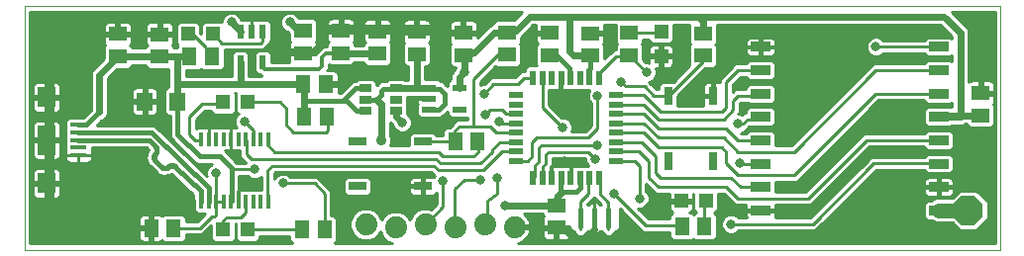
<source format=gtl>
G75*
%MOIN*%
%OFA0B0*%
%FSLAX25Y25*%
%IPPOS*%
%LPD*%
%AMOC8*
5,1,8,0,0,1.08239X$1,22.5*
%
%ADD10C,0.00000*%
%ADD11OC8,0.10000*%
%ADD12R,0.05906X0.05118*%
%ADD13R,0.05118X0.05906*%
%ADD14R,0.05512X0.06299*%
%ADD15R,0.05709X0.01575*%
%ADD16R,0.05906X0.07087*%
%ADD17R,0.05906X0.09843*%
%ADD18R,0.04724X0.04724*%
%ADD19R,0.06000X0.03000*%
%ADD20R,0.04724X0.02165*%
%ADD21R,0.01500X0.04500*%
%ADD22R,0.02165X0.04724*%
%ADD23R,0.02200X0.05000*%
%ADD24R,0.05000X0.02200*%
%ADD25R,0.06600X0.03200*%
%ADD26R,0.03937X0.02756*%
%ADD27C,0.01772*%
%ADD28C,0.01000*%
%ADD29R,0.03000X0.06000*%
%ADD30C,0.07400*%
%ADD31C,0.03169*%
%ADD32C,0.02400*%
%ADD33C,0.01200*%
%ADD34C,0.01600*%
%ADD35C,0.03562*%
%ADD36C,0.05000*%
D10*
X0015433Y0071025D02*
X0015433Y0153387D01*
X0343780Y0153387D01*
X0343780Y0071025D01*
X0015433Y0071025D01*
D11*
X0333032Y0084372D03*
D12*
X0337362Y0116458D03*
X0337362Y0123939D03*
X0243780Y0136576D03*
X0243780Y0144057D03*
X0219055Y0144135D03*
X0205985Y0144057D03*
X0192284Y0144254D03*
X0177953Y0144293D03*
X0163189Y0144254D03*
X0147441Y0144569D03*
X0134331Y0144687D03*
X0122008Y0144883D03*
X0109213Y0144883D03*
X0109213Y0137403D03*
X0122008Y0137403D03*
X0134331Y0137206D03*
X0147441Y0137088D03*
X0163189Y0136773D03*
X0177953Y0136813D03*
X0192284Y0136773D03*
X0205985Y0136576D03*
X0219055Y0136655D03*
X0194488Y0086065D03*
X0194488Y0078584D03*
X0061024Y0136301D03*
X0046851Y0136340D03*
X0046851Y0143820D03*
X0061024Y0143781D03*
D13*
X0071024Y0136261D03*
X0078504Y0136261D03*
X0109370Y0126852D03*
X0116851Y0126852D03*
X0117087Y0116025D03*
X0109607Y0116025D03*
X0160551Y0107757D03*
X0168032Y0107757D03*
X0236890Y0078899D03*
X0244370Y0078899D03*
X0116457Y0077994D03*
X0108977Y0077994D03*
X0065591Y0078427D03*
X0058110Y0078427D03*
D14*
X0055906Y0121025D03*
X0066929Y0121025D03*
D15*
X0033662Y0113151D03*
X0033662Y0110592D03*
X0033662Y0108033D03*
X0033662Y0105474D03*
X0033662Y0102915D03*
D16*
X0022933Y0093525D03*
X0022933Y0122541D03*
D17*
X0022933Y0108033D03*
D18*
X0082362Y0120828D03*
X0090630Y0120828D03*
X0078819Y0143820D03*
X0070551Y0143820D03*
X0229725Y0144647D03*
X0229725Y0136380D03*
X0236496Y0087561D03*
X0244764Y0087561D03*
X0090630Y0077836D03*
X0082362Y0077836D03*
D19*
X0127583Y0092541D03*
X0149583Y0092541D03*
X0149583Y0107541D03*
X0127583Y0107541D03*
D20*
X0151653Y0118269D03*
X0161890Y0118269D03*
X0151653Y0122009D03*
X0151653Y0125750D03*
X0161890Y0125750D03*
D21*
X0097431Y0108426D03*
X0094931Y0108426D03*
X0092431Y0108426D03*
X0089931Y0108426D03*
X0087431Y0108426D03*
X0084931Y0108426D03*
X0082431Y0108426D03*
X0079931Y0108426D03*
X0077431Y0108426D03*
X0074931Y0108426D03*
X0074931Y0087326D03*
X0077431Y0087326D03*
X0079931Y0087326D03*
X0082431Y0087326D03*
X0084931Y0087326D03*
X0087431Y0087326D03*
X0089931Y0087326D03*
X0092431Y0087326D03*
X0094931Y0087326D03*
X0097431Y0087326D03*
D22*
X0095630Y0134371D03*
X0088150Y0134371D03*
X0088150Y0144608D03*
X0091890Y0144608D03*
X0095630Y0144608D03*
D23*
X0186693Y0129028D03*
X0189843Y0129028D03*
X0192992Y0129028D03*
X0196142Y0129028D03*
X0199292Y0129028D03*
X0202441Y0129028D03*
X0205591Y0129028D03*
X0208740Y0129028D03*
X0208740Y0095228D03*
X0205591Y0095228D03*
X0202441Y0095228D03*
X0199292Y0095228D03*
X0196142Y0095228D03*
X0192992Y0095228D03*
X0189843Y0095228D03*
X0186693Y0095228D03*
D24*
X0180817Y0101104D03*
X0180817Y0104254D03*
X0180817Y0107403D03*
X0180817Y0110553D03*
X0180817Y0113702D03*
X0180817Y0116852D03*
X0180817Y0120002D03*
X0180817Y0123151D03*
X0214617Y0123151D03*
X0214617Y0120002D03*
X0214617Y0116852D03*
X0214617Y0113702D03*
X0214617Y0110553D03*
X0214617Y0107403D03*
X0214617Y0104254D03*
X0214617Y0101104D03*
D25*
X0263307Y0100120D03*
X0263307Y0107994D03*
X0263307Y0115868D03*
X0263307Y0123742D03*
X0263307Y0131616D03*
X0263307Y0139490D03*
X0323150Y0139490D03*
X0323150Y0131616D03*
X0323150Y0123742D03*
X0323150Y0115868D03*
X0323150Y0107994D03*
X0323150Y0100120D03*
X0323150Y0092246D03*
X0323150Y0084372D03*
X0263307Y0084372D03*
X0263307Y0092246D03*
D26*
X0140473Y0118033D03*
X0140473Y0121773D03*
X0130236Y0121773D03*
X0130236Y0118033D03*
X0130236Y0125513D03*
X0140473Y0125513D03*
D27*
X0202599Y0084755D02*
X0202599Y0079027D01*
X0207323Y0079027D02*
X0207323Y0084755D01*
X0212048Y0084755D02*
X0212048Y0079027D01*
D28*
X0212048Y0077891D02*
X0212048Y0081891D01*
X0212048Y0085891D01*
X0212048Y0087009D01*
X0209134Y0089923D01*
X0209134Y0094834D01*
X0208740Y0095228D01*
X0205591Y0095228D02*
X0205197Y0094834D01*
X0205197Y0089923D01*
X0202599Y0087324D01*
X0202599Y0085891D01*
X0202599Y0081891D01*
X0202599Y0077891D01*
X0204413Y0076594D02*
X0206440Y0076594D01*
X0206569Y0076541D02*
X0207068Y0076441D01*
X0207323Y0076441D01*
X0207323Y0081891D01*
X0207323Y0081891D01*
X0207323Y0076441D01*
X0207578Y0076441D01*
X0208077Y0076541D01*
X0208548Y0076736D01*
X0208971Y0077019D01*
X0209332Y0077379D01*
X0209340Y0077391D01*
X0209848Y0077391D01*
X0209848Y0076980D01*
X0211136Y0075691D01*
X0212959Y0075691D01*
X0214247Y0076980D01*
X0214247Y0077391D01*
X0214727Y0077391D01*
X0215723Y0078387D01*
X0215723Y0084947D01*
X0222288Y0078382D01*
X0223577Y0077093D01*
X0232631Y0077093D01*
X0232631Y0075242D01*
X0233627Y0074246D01*
X0240153Y0074246D01*
X0240630Y0074723D01*
X0241107Y0074246D01*
X0247634Y0074246D01*
X0248629Y0075242D01*
X0248629Y0082556D01*
X0247687Y0083498D01*
X0247830Y0083498D01*
X0248826Y0084494D01*
X0248826Y0090085D01*
X0250743Y0090085D01*
X0253391Y0087437D01*
X0254680Y0086148D01*
X0258307Y0086148D01*
X0258307Y0084672D01*
X0263007Y0084672D01*
X0263007Y0084072D01*
X0258307Y0084072D01*
X0258307Y0082548D01*
X0258423Y0082115D01*
X0258555Y0081887D01*
X0255673Y0081887D01*
X0255089Y0082471D01*
X0253882Y0082971D01*
X0252575Y0082971D01*
X0251368Y0082471D01*
X0250444Y0081547D01*
X0249944Y0080340D01*
X0249944Y0079033D01*
X0250444Y0077826D01*
X0251368Y0076902D01*
X0252575Y0076402D01*
X0253882Y0076402D01*
X0255089Y0076902D01*
X0255673Y0077487D01*
X0281699Y0077487D01*
X0302171Y0097959D01*
X0318150Y0097959D01*
X0318150Y0097816D01*
X0319146Y0096820D01*
X0327154Y0096820D01*
X0328150Y0097816D01*
X0328150Y0102424D01*
X0327154Y0103420D01*
X0319146Y0103420D01*
X0318150Y0102424D01*
X0318150Y0102359D01*
X0300349Y0102359D01*
X0299060Y0101070D01*
X0279876Y0081887D01*
X0268059Y0081887D01*
X0268191Y0082115D01*
X0268307Y0082548D01*
X0268307Y0084072D01*
X0263607Y0084072D01*
X0263607Y0084672D01*
X0268307Y0084672D01*
X0268307Y0086148D01*
X0280124Y0086148D01*
X0299809Y0105833D01*
X0318150Y0105833D01*
X0318150Y0105690D01*
X0319146Y0104694D01*
X0327154Y0104694D01*
X0328150Y0105690D01*
X0328150Y0110298D01*
X0327154Y0111294D01*
X0319146Y0111294D01*
X0318150Y0110298D01*
X0318150Y0110233D01*
X0297987Y0110233D01*
X0278302Y0090548D01*
X0268307Y0090548D01*
X0268307Y0094022D01*
X0275400Y0094022D01*
X0302959Y0121581D01*
X0318150Y0121581D01*
X0318150Y0121438D01*
X0319146Y0120442D01*
X0327154Y0120442D01*
X0327494Y0120782D01*
X0327494Y0119358D01*
X0323164Y0119358D01*
X0322704Y0119168D01*
X0319146Y0119168D01*
X0318150Y0118172D01*
X0318150Y0113564D01*
X0319146Y0112568D01*
X0327154Y0112568D01*
X0327554Y0112968D01*
X0330931Y0112968D01*
X0331997Y0113409D01*
X0332037Y0113449D01*
X0332146Y0113558D01*
X0332710Y0113558D01*
X0332710Y0113195D01*
X0333706Y0112199D01*
X0341019Y0112199D01*
X0342015Y0113195D01*
X0342015Y0119721D01*
X0341538Y0120198D01*
X0341676Y0120336D01*
X0341899Y0120723D01*
X0342015Y0121156D01*
X0342015Y0123439D01*
X0337863Y0123439D01*
X0337863Y0124439D01*
X0342015Y0124439D01*
X0342015Y0126721D01*
X0341899Y0127154D01*
X0341676Y0127541D01*
X0341359Y0127858D01*
X0340971Y0128082D01*
X0340539Y0128198D01*
X0337862Y0128198D01*
X0337862Y0124439D01*
X0336862Y0124439D01*
X0336862Y0128198D01*
X0334186Y0128198D01*
X0333754Y0128082D01*
X0333366Y0127858D01*
X0333294Y0127786D01*
X0333294Y0144830D01*
X0332852Y0145896D01*
X0327409Y0151340D01*
X0342080Y0151340D01*
X0342080Y0073387D01*
X0181455Y0073387D01*
X0181658Y0073420D01*
X0182467Y0073682D01*
X0183224Y0074068D01*
X0183912Y0074568D01*
X0184513Y0075169D01*
X0185012Y0075856D01*
X0185398Y0076614D01*
X0185661Y0077422D01*
X0185782Y0078187D01*
X0180894Y0078187D01*
X0180894Y0079187D01*
X0185782Y0079187D01*
X0185661Y0079951D01*
X0185398Y0080759D01*
X0185012Y0081517D01*
X0184513Y0082204D01*
X0183912Y0082805D01*
X0183418Y0083165D01*
X0189836Y0083165D01*
X0189836Y0082801D01*
X0190313Y0082324D01*
X0190175Y0082187D01*
X0189952Y0081799D01*
X0189836Y0081367D01*
X0189836Y0079084D01*
X0193988Y0079084D01*
X0193988Y0078084D01*
X0189836Y0078084D01*
X0189836Y0075801D01*
X0189952Y0075369D01*
X0190175Y0074981D01*
X0190492Y0074665D01*
X0190880Y0074441D01*
X0191312Y0074325D01*
X0193988Y0074325D01*
X0193988Y0078084D01*
X0194988Y0078084D01*
X0194988Y0074325D01*
X0197665Y0074325D01*
X0198097Y0074441D01*
X0198485Y0074665D01*
X0198802Y0074981D01*
X0199025Y0075369D01*
X0199141Y0075801D01*
X0199141Y0078084D01*
X0194988Y0078084D01*
X0194988Y0079084D01*
X0198923Y0079084D01*
X0198923Y0078387D01*
X0199919Y0077391D01*
X0200399Y0077391D01*
X0200399Y0076980D01*
X0201687Y0075691D01*
X0203510Y0075691D01*
X0204799Y0076980D01*
X0204799Y0077391D01*
X0205306Y0077391D01*
X0205315Y0077379D01*
X0205675Y0077019D01*
X0206098Y0076736D01*
X0206569Y0076541D01*
X0207323Y0076594D02*
X0207323Y0076594D01*
X0208206Y0076594D02*
X0210234Y0076594D01*
X0207323Y0077593D02*
X0207323Y0077593D01*
X0207323Y0077891D02*
X0207323Y0081891D01*
X0207323Y0085891D01*
X0207323Y0085581D02*
X0207323Y0085581D01*
X0207323Y0086579D02*
X0207323Y0086579D01*
X0207323Y0087341D02*
X0207068Y0087341D01*
X0206569Y0087242D01*
X0206098Y0087047D01*
X0205675Y0086764D01*
X0205315Y0086404D01*
X0205306Y0086391D01*
X0204799Y0086391D01*
X0204799Y0086413D01*
X0206108Y0087723D01*
X0207166Y0088780D01*
X0208223Y0087723D01*
X0209554Y0086391D01*
X0209340Y0086391D01*
X0209332Y0086404D01*
X0208971Y0086764D01*
X0208548Y0087047D01*
X0208077Y0087242D01*
X0207578Y0087341D01*
X0207323Y0087341D01*
X0207323Y0081891D01*
X0207323Y0081891D01*
X0207323Y0087341D01*
X0208368Y0087578D02*
X0205963Y0087578D01*
X0205490Y0086579D02*
X0204965Y0086579D01*
X0206962Y0088576D02*
X0207369Y0088576D01*
X0209156Y0086579D02*
X0209367Y0086579D01*
X0207323Y0084582D02*
X0207323Y0084582D01*
X0207323Y0083584D02*
X0207323Y0083584D01*
X0207323Y0082585D02*
X0207323Y0082585D01*
X0207323Y0081587D02*
X0207323Y0081587D01*
X0207323Y0080588D02*
X0207323Y0080588D01*
X0207323Y0079590D02*
X0207323Y0079590D01*
X0207323Y0078591D02*
X0207323Y0078591D01*
X0213861Y0076594D02*
X0232631Y0076594D01*
X0232631Y0075596D02*
X0199086Y0075596D01*
X0199141Y0076594D02*
X0200785Y0076594D01*
X0199718Y0077593D02*
X0199141Y0077593D01*
X0198923Y0078591D02*
X0194988Y0078591D01*
X0194988Y0077593D02*
X0193988Y0077593D01*
X0193988Y0078591D02*
X0180894Y0078591D01*
X0185688Y0077593D02*
X0189836Y0077593D01*
X0189836Y0076594D02*
X0185388Y0076594D01*
X0184823Y0075596D02*
X0189891Y0075596D01*
X0190609Y0074597D02*
X0183941Y0074597D01*
X0182209Y0073599D02*
X0342080Y0073599D01*
X0342080Y0074597D02*
X0247984Y0074597D01*
X0248629Y0075596D02*
X0342080Y0075596D01*
X0342080Y0076594D02*
X0254345Y0076594D01*
X0252113Y0076594D02*
X0248629Y0076594D01*
X0248629Y0077593D02*
X0250678Y0077593D01*
X0250128Y0078591D02*
X0248629Y0078591D01*
X0248629Y0079590D02*
X0249944Y0079590D01*
X0250047Y0080588D02*
X0248629Y0080588D01*
X0248629Y0081587D02*
X0250484Y0081587D01*
X0251644Y0082585D02*
X0248600Y0082585D01*
X0247916Y0083584D02*
X0258307Y0083584D01*
X0258307Y0082585D02*
X0254813Y0082585D01*
X0253229Y0079687D02*
X0280788Y0079687D01*
X0301260Y0100159D01*
X0323110Y0100159D01*
X0323150Y0100120D01*
X0328150Y0100558D02*
X0342080Y0100558D01*
X0342080Y0099560D02*
X0328150Y0099560D01*
X0328150Y0098561D02*
X0342080Y0098561D01*
X0342080Y0097563D02*
X0327897Y0097563D01*
X0327106Y0095430D02*
X0326674Y0095546D01*
X0323450Y0095546D01*
X0323450Y0092546D01*
X0322850Y0092546D01*
X0322850Y0095546D01*
X0319626Y0095546D01*
X0319194Y0095430D01*
X0318806Y0095206D01*
X0318490Y0094889D01*
X0318266Y0094502D01*
X0318150Y0094069D01*
X0318150Y0092546D01*
X0322850Y0092546D01*
X0322850Y0091946D01*
X0318150Y0091946D01*
X0318150Y0090422D01*
X0318266Y0089989D01*
X0318490Y0089602D01*
X0318806Y0089285D01*
X0319194Y0089062D01*
X0319626Y0088946D01*
X0322850Y0088946D01*
X0322850Y0091946D01*
X0323450Y0091946D01*
X0323450Y0092546D01*
X0328150Y0092546D01*
X0328150Y0094069D01*
X0328034Y0094502D01*
X0327810Y0094889D01*
X0327494Y0095206D01*
X0327106Y0095430D01*
X0327996Y0094567D02*
X0342080Y0094567D01*
X0342080Y0093569D02*
X0328150Y0093569D01*
X0328150Y0092570D02*
X0342080Y0092570D01*
X0342080Y0091572D02*
X0328150Y0091572D01*
X0328150Y0091946D02*
X0323450Y0091946D01*
X0323450Y0088946D01*
X0326674Y0088946D01*
X0327106Y0089062D01*
X0327494Y0089285D01*
X0327810Y0089602D01*
X0328034Y0089989D01*
X0328150Y0090422D01*
X0328150Y0091946D01*
X0328150Y0090573D02*
X0329758Y0090573D01*
X0330257Y0091072D02*
X0327757Y0088572D01*
X0322314Y0088572D01*
X0320771Y0087932D01*
X0320510Y0087672D01*
X0319146Y0087672D01*
X0318150Y0086676D01*
X0318150Y0082067D01*
X0319146Y0081072D01*
X0320510Y0081072D01*
X0320771Y0080811D01*
X0322314Y0080172D01*
X0327757Y0080172D01*
X0330257Y0077672D01*
X0335807Y0077672D01*
X0339732Y0081596D01*
X0339732Y0087147D01*
X0335807Y0091072D01*
X0330257Y0091072D01*
X0328760Y0089575D02*
X0327783Y0089575D01*
X0327761Y0088576D02*
X0292788Y0088576D01*
X0291790Y0087578D02*
X0319052Y0087578D01*
X0318150Y0086579D02*
X0290791Y0086579D01*
X0289793Y0085581D02*
X0318150Y0085581D01*
X0318150Y0084582D02*
X0288794Y0084582D01*
X0287796Y0083584D02*
X0318150Y0083584D01*
X0318150Y0082585D02*
X0286797Y0082585D01*
X0285799Y0081587D02*
X0318631Y0081587D01*
X0321309Y0080588D02*
X0284800Y0080588D01*
X0283802Y0079590D02*
X0328339Y0079590D01*
X0329337Y0078591D02*
X0282803Y0078591D01*
X0281805Y0077593D02*
X0342080Y0077593D01*
X0342080Y0078591D02*
X0336726Y0078591D01*
X0337725Y0079590D02*
X0342080Y0079590D01*
X0342080Y0080588D02*
X0338723Y0080588D01*
X0339722Y0081587D02*
X0342080Y0081587D01*
X0342080Y0082585D02*
X0339732Y0082585D01*
X0339732Y0083584D02*
X0342080Y0083584D01*
X0342080Y0084582D02*
X0339732Y0084582D01*
X0339732Y0085581D02*
X0342080Y0085581D01*
X0342080Y0086579D02*
X0339732Y0086579D01*
X0339301Y0087578D02*
X0342080Y0087578D01*
X0342080Y0088576D02*
X0338302Y0088576D01*
X0337304Y0089575D02*
X0342080Y0089575D01*
X0342080Y0090573D02*
X0336305Y0090573D01*
X0342080Y0095566D02*
X0299778Y0095566D01*
X0300777Y0096564D02*
X0342080Y0096564D01*
X0342080Y0101557D02*
X0328150Y0101557D01*
X0328018Y0102555D02*
X0342080Y0102555D01*
X0342080Y0103554D02*
X0297530Y0103554D01*
X0298528Y0104552D02*
X0342080Y0104552D01*
X0342080Y0105551D02*
X0328011Y0105551D01*
X0328150Y0106549D02*
X0342080Y0106549D01*
X0342080Y0107548D02*
X0328150Y0107548D01*
X0328150Y0108546D02*
X0342080Y0108546D01*
X0342080Y0109545D02*
X0328150Y0109545D01*
X0327904Y0110543D02*
X0342080Y0110543D01*
X0342080Y0111542D02*
X0292920Y0111542D01*
X0293918Y0112540D02*
X0333364Y0112540D01*
X0332710Y0113539D02*
X0332127Y0113539D01*
X0341361Y0112540D02*
X0342080Y0112540D01*
X0342080Y0113539D02*
X0342015Y0113539D01*
X0342015Y0114537D02*
X0342080Y0114537D01*
X0342080Y0115536D02*
X0342015Y0115536D01*
X0342015Y0116534D02*
X0342080Y0116534D01*
X0342080Y0117533D02*
X0342015Y0117533D01*
X0342015Y0118532D02*
X0342080Y0118532D01*
X0342080Y0119530D02*
X0342015Y0119530D01*
X0342080Y0120529D02*
X0341787Y0120529D01*
X0342015Y0121527D02*
X0342080Y0121527D01*
X0342080Y0122526D02*
X0342015Y0122526D01*
X0342080Y0123524D02*
X0337863Y0123524D01*
X0337862Y0124523D02*
X0336862Y0124523D01*
X0336862Y0125521D02*
X0337862Y0125521D01*
X0337862Y0126520D02*
X0336862Y0126520D01*
X0336862Y0127518D02*
X0337862Y0127518D01*
X0341689Y0127518D02*
X0342080Y0127518D01*
X0342080Y0126520D02*
X0342015Y0126520D01*
X0342015Y0125521D02*
X0342080Y0125521D01*
X0342080Y0124523D02*
X0342015Y0124523D01*
X0342080Y0128517D02*
X0333294Y0128517D01*
X0333294Y0129515D02*
X0342080Y0129515D01*
X0342080Y0130514D02*
X0333294Y0130514D01*
X0333294Y0131512D02*
X0342080Y0131512D01*
X0342080Y0132511D02*
X0333294Y0132511D01*
X0333294Y0133509D02*
X0342080Y0133509D01*
X0342080Y0134508D02*
X0333294Y0134508D01*
X0333294Y0135506D02*
X0342080Y0135506D01*
X0342080Y0136505D02*
X0333294Y0136505D01*
X0333294Y0137503D02*
X0342080Y0137503D01*
X0342080Y0138502D02*
X0333294Y0138502D01*
X0333294Y0139500D02*
X0342080Y0139500D01*
X0342080Y0140499D02*
X0333294Y0140499D01*
X0333294Y0141497D02*
X0342080Y0141497D01*
X0342080Y0142496D02*
X0333294Y0142496D01*
X0333294Y0143494D02*
X0342080Y0143494D01*
X0342080Y0144493D02*
X0333294Y0144493D01*
X0333020Y0145491D02*
X0342080Y0145491D01*
X0342080Y0146490D02*
X0332259Y0146490D01*
X0331260Y0147488D02*
X0342080Y0147488D01*
X0342080Y0148487D02*
X0330262Y0148487D01*
X0329263Y0149485D02*
X0342080Y0149485D01*
X0342080Y0150484D02*
X0328265Y0150484D01*
X0323681Y0146865D02*
X0327494Y0143052D01*
X0327494Y0142450D01*
X0327154Y0142790D01*
X0319146Y0142790D01*
X0318150Y0141794D01*
X0318150Y0141729D01*
X0304492Y0141729D01*
X0303908Y0142313D01*
X0302701Y0142813D01*
X0301394Y0142813D01*
X0300187Y0142313D01*
X0299263Y0141390D01*
X0298763Y0140182D01*
X0298763Y0138876D01*
X0299263Y0137669D01*
X0300187Y0136745D01*
X0301394Y0136245D01*
X0302701Y0136245D01*
X0303908Y0136745D01*
X0304492Y0137329D01*
X0318150Y0137329D01*
X0318150Y0137186D01*
X0319146Y0136190D01*
X0327154Y0136190D01*
X0327494Y0136530D01*
X0327494Y0134576D01*
X0327154Y0134916D01*
X0319146Y0134916D01*
X0318150Y0133920D01*
X0318150Y0133855D01*
X0301136Y0133855D01*
X0299848Y0132566D01*
X0273577Y0106296D01*
X0268307Y0106296D01*
X0268307Y0110298D01*
X0267312Y0111294D01*
X0259303Y0111294D01*
X0258307Y0110298D01*
X0258307Y0110194D01*
X0256541Y0110194D01*
X0256407Y0110328D01*
X0257451Y0110761D01*
X0258035Y0111345D01*
X0258077Y0111345D01*
X0259301Y0112569D01*
X0259303Y0112568D01*
X0267312Y0112568D01*
X0268307Y0113564D01*
X0268307Y0118172D01*
X0267312Y0119168D01*
X0259303Y0119168D01*
X0258307Y0118172D01*
X0258307Y0117320D01*
X0257829Y0117320D01*
X0257018Y0116509D01*
X0256244Y0116829D01*
X0255687Y0116829D01*
X0256216Y0117358D01*
X0256216Y0120508D01*
X0256502Y0120794D01*
X0258951Y0120794D01*
X0259303Y0120442D01*
X0267312Y0120442D01*
X0268307Y0121438D01*
X0268307Y0126046D01*
X0267312Y0127042D01*
X0259303Y0127042D01*
X0258307Y0126046D01*
X0258307Y0125194D01*
X0254680Y0125194D01*
X0253854Y0124368D01*
X0253854Y0126807D01*
X0256502Y0129455D01*
X0258307Y0129455D01*
X0258307Y0129312D01*
X0259303Y0128316D01*
X0267312Y0128316D01*
X0268307Y0129312D01*
X0268307Y0133920D01*
X0267312Y0134916D01*
X0259303Y0134916D01*
X0258307Y0133920D01*
X0258307Y0133855D01*
X0254680Y0133855D01*
X0253391Y0132566D01*
X0249454Y0128629D01*
X0249454Y0127489D01*
X0249341Y0127554D01*
X0248909Y0127670D01*
X0247435Y0127670D01*
X0247435Y0123220D01*
X0246935Y0123220D01*
X0246935Y0122720D01*
X0243985Y0122720D01*
X0243985Y0119746D01*
X0244003Y0119682D01*
X0235385Y0119682D01*
X0235385Y0123059D01*
X0244644Y0132317D01*
X0247437Y0132317D01*
X0248433Y0133313D01*
X0248433Y0139840D01*
X0247956Y0140317D01*
X0248433Y0140793D01*
X0248433Y0146865D01*
X0323681Y0146865D01*
X0324056Y0146490D02*
X0248433Y0146490D01*
X0248433Y0145491D02*
X0325055Y0145491D01*
X0326053Y0144493D02*
X0248433Y0144493D01*
X0248433Y0143494D02*
X0327052Y0143494D01*
X0327448Y0142496D02*
X0327494Y0142496D01*
X0323150Y0139490D02*
X0323110Y0139529D01*
X0302048Y0139529D01*
X0298763Y0139500D02*
X0263607Y0139500D01*
X0263607Y0139790D02*
X0268307Y0139790D01*
X0268307Y0141314D01*
X0268191Y0141746D01*
X0267968Y0142134D01*
X0267651Y0142450D01*
X0267264Y0142674D01*
X0266831Y0142790D01*
X0263607Y0142790D01*
X0263607Y0139790D01*
X0263007Y0139790D01*
X0263007Y0139190D01*
X0258307Y0139190D01*
X0258307Y0137666D01*
X0258423Y0137234D01*
X0258647Y0136846D01*
X0258964Y0136529D01*
X0259351Y0136306D01*
X0259784Y0136190D01*
X0263007Y0136190D01*
X0263007Y0139190D01*
X0263607Y0139190D01*
X0263607Y0136190D01*
X0266831Y0136190D01*
X0267264Y0136306D01*
X0267651Y0136529D01*
X0267968Y0136846D01*
X0268191Y0137234D01*
X0268307Y0137666D01*
X0268307Y0139190D01*
X0263607Y0139190D01*
X0263607Y0139790D01*
X0263007Y0139790D02*
X0263007Y0142790D01*
X0259784Y0142790D01*
X0259351Y0142674D01*
X0258964Y0142450D01*
X0258647Y0142134D01*
X0258423Y0141746D01*
X0258307Y0141314D01*
X0258307Y0139790D01*
X0263007Y0139790D01*
X0263007Y0139500D02*
X0248433Y0139500D01*
X0248433Y0138502D02*
X0258307Y0138502D01*
X0258351Y0137503D02*
X0248433Y0137503D01*
X0248433Y0136505D02*
X0259006Y0136505D01*
X0258895Y0134508D02*
X0248433Y0134508D01*
X0248433Y0135506D02*
X0327494Y0135506D01*
X0327469Y0136505D02*
X0327494Y0136505D01*
X0318831Y0136505D02*
X0303328Y0136505D01*
X0300767Y0136505D02*
X0267608Y0136505D01*
X0268264Y0137503D02*
X0299429Y0137503D01*
X0298918Y0138502D02*
X0268307Y0138502D01*
X0263607Y0138502D02*
X0263007Y0138502D01*
X0263007Y0137503D02*
X0263607Y0137503D01*
X0263607Y0136505D02*
X0263007Y0136505D01*
X0267720Y0134508D02*
X0318738Y0134508D01*
X0323110Y0131655D02*
X0323150Y0131616D01*
X0323110Y0131655D02*
X0302048Y0131655D01*
X0274488Y0104096D01*
X0255591Y0104096D01*
X0250866Y0108820D01*
X0228819Y0108820D01*
X0223937Y0113702D01*
X0214617Y0113702D01*
X0208347Y0111970D02*
X0205197Y0108820D01*
X0187874Y0108820D01*
X0186299Y0107246D01*
X0186299Y0102521D01*
X0184725Y0100946D01*
X0180974Y0100946D01*
X0180817Y0101104D01*
X0187087Y0099372D02*
X0187087Y0095621D01*
X0186693Y0095228D01*
X0189843Y0095228D02*
X0189843Y0098978D01*
X0191024Y0100159D01*
X0191024Y0103309D01*
X0191811Y0104096D01*
X0205197Y0104096D01*
X0207559Y0101734D01*
X0205221Y0099428D02*
X0203787Y0099428D01*
X0200637Y0099428D01*
X0200632Y0099423D01*
X0200615Y0099428D01*
X0199342Y0099428D01*
X0199342Y0095278D01*
X0199242Y0095278D01*
X0199242Y0099428D01*
X0197968Y0099428D01*
X0197951Y0099423D01*
X0197946Y0099428D01*
X0194338Y0099428D01*
X0194333Y0099423D01*
X0194316Y0099428D01*
X0193224Y0099428D01*
X0193224Y0101896D01*
X0204275Y0101896D01*
X0204275Y0101081D01*
X0204775Y0099873D01*
X0205221Y0099428D01*
X0205089Y0099560D02*
X0193224Y0099560D01*
X0193042Y0099066D02*
X0193042Y0095278D01*
X0192942Y0095278D01*
X0192942Y0098966D01*
X0193042Y0099066D01*
X0193042Y0098561D02*
X0192942Y0098561D01*
X0192942Y0097563D02*
X0193042Y0097563D01*
X0193042Y0096564D02*
X0192942Y0096564D01*
X0192942Y0095566D02*
X0193042Y0095566D01*
X0199242Y0095566D02*
X0199342Y0095566D01*
X0199342Y0096564D02*
X0199242Y0096564D01*
X0199242Y0097563D02*
X0199342Y0097563D01*
X0199342Y0098561D02*
X0199242Y0098561D01*
X0204491Y0100558D02*
X0193224Y0100558D01*
X0193224Y0101557D02*
X0204275Y0101557D01*
X0214617Y0101104D02*
X0220788Y0101104D01*
X0222520Y0099372D01*
X0222520Y0088348D01*
X0225567Y0089575D02*
X0232434Y0089575D01*
X0232434Y0090085D02*
X0232434Y0088061D01*
X0235996Y0088061D01*
X0235996Y0087061D01*
X0232434Y0087061D01*
X0232434Y0084975D01*
X0232550Y0084542D01*
X0232774Y0084155D01*
X0233090Y0083838D01*
X0233478Y0083614D01*
X0233711Y0083552D01*
X0233627Y0083552D01*
X0232631Y0082556D01*
X0232631Y0081493D01*
X0225400Y0081493D01*
X0221802Y0085091D01*
X0221867Y0085064D01*
X0223173Y0085064D01*
X0224380Y0085564D01*
X0225304Y0086488D01*
X0225804Y0087695D01*
X0225804Y0089001D01*
X0225304Y0090208D01*
X0224720Y0090793D01*
X0224720Y0093273D01*
X0226619Y0091374D01*
X0227908Y0090085D01*
X0232434Y0090085D01*
X0232434Y0088576D02*
X0225804Y0088576D01*
X0225756Y0087578D02*
X0235996Y0087578D01*
X0236996Y0087578D02*
X0240702Y0087578D01*
X0240559Y0088061D02*
X0240559Y0090085D01*
X0240702Y0090085D01*
X0240702Y0084494D01*
X0241644Y0083552D01*
X0241107Y0083552D01*
X0240630Y0083075D01*
X0240153Y0083552D01*
X0239282Y0083552D01*
X0239515Y0083614D01*
X0239902Y0083838D01*
X0240219Y0084155D01*
X0240443Y0084542D01*
X0240559Y0084975D01*
X0240559Y0087061D01*
X0236996Y0087061D01*
X0236996Y0088061D01*
X0240559Y0088061D01*
X0240559Y0088576D02*
X0240702Y0088576D01*
X0240702Y0089575D02*
X0240559Y0089575D01*
X0240559Y0086579D02*
X0240702Y0086579D01*
X0240702Y0085581D02*
X0240559Y0085581D01*
X0240453Y0084582D02*
X0240702Y0084582D01*
X0241612Y0083584D02*
X0239400Y0083584D01*
X0233592Y0083584D02*
X0223309Y0083584D01*
X0222310Y0084582D02*
X0232539Y0084582D01*
X0232434Y0085581D02*
X0224397Y0085581D01*
X0225342Y0086579D02*
X0232434Y0086579D01*
X0227420Y0090573D02*
X0224939Y0090573D01*
X0224720Y0091572D02*
X0226421Y0091572D01*
X0225423Y0092570D02*
X0224720Y0092570D01*
X0225670Y0095435D02*
X0228819Y0092285D01*
X0251654Y0092285D01*
X0255591Y0088348D01*
X0279213Y0088348D01*
X0298898Y0108033D01*
X0323110Y0108033D01*
X0323150Y0107994D01*
X0318289Y0105551D02*
X0299527Y0105551D01*
X0295301Y0107548D02*
X0288926Y0107548D01*
X0289924Y0108546D02*
X0296300Y0108546D01*
X0297298Y0109545D02*
X0290923Y0109545D01*
X0291921Y0110543D02*
X0318395Y0110543D01*
X0318174Y0113539D02*
X0294917Y0113539D01*
X0295915Y0114537D02*
X0318150Y0114537D01*
X0318150Y0115536D02*
X0296914Y0115536D01*
X0297912Y0116534D02*
X0318150Y0116534D01*
X0318150Y0117533D02*
X0298911Y0117533D01*
X0299909Y0118532D02*
X0318510Y0118532D01*
X0319059Y0120529D02*
X0301906Y0120529D01*
X0302905Y0121527D02*
X0318150Y0121527D01*
X0323110Y0123781D02*
X0323150Y0123742D01*
X0323110Y0123781D02*
X0302048Y0123781D01*
X0274488Y0096222D01*
X0255591Y0096222D01*
X0251654Y0100159D01*
X0251654Y0104096D01*
X0250079Y0105671D01*
X0228819Y0105671D01*
X0223937Y0110553D01*
X0214617Y0110553D01*
X0208347Y0111970D02*
X0208347Y0122994D01*
X0206147Y0120549D02*
X0206147Y0112881D01*
X0204286Y0111020D01*
X0199534Y0111020D01*
X0199820Y0111710D01*
X0199820Y0113017D01*
X0199320Y0114224D01*
X0198396Y0115148D01*
X0197189Y0115648D01*
X0196363Y0115648D01*
X0192043Y0119968D01*
X0192043Y0124828D01*
X0194797Y0124828D01*
X0194801Y0124832D01*
X0194818Y0124828D01*
X0196092Y0124828D01*
X0196092Y0128977D01*
X0196192Y0128977D01*
X0196192Y0124828D01*
X0197466Y0124828D01*
X0197483Y0124832D01*
X0197487Y0124828D01*
X0205551Y0124828D01*
X0205062Y0123647D01*
X0205062Y0122340D01*
X0205562Y0121133D01*
X0206147Y0120549D01*
X0206147Y0120529D02*
X0192043Y0120529D01*
X0192043Y0121527D02*
X0205399Y0121527D01*
X0205062Y0122526D02*
X0192043Y0122526D01*
X0192043Y0123524D02*
X0205062Y0123524D01*
X0205425Y0124523D02*
X0192043Y0124523D01*
X0196092Y0125521D02*
X0196192Y0125521D01*
X0196192Y0126520D02*
X0196092Y0126520D01*
X0196092Y0127518D02*
X0196192Y0127518D01*
X0196192Y0128517D02*
X0196092Y0128517D01*
X0189843Y0129028D02*
X0189843Y0119057D01*
X0196536Y0112364D01*
X0199604Y0113539D02*
X0206147Y0113539D01*
X0206147Y0114537D02*
X0199007Y0114537D01*
X0197459Y0115536D02*
X0206147Y0115536D01*
X0206147Y0116534D02*
X0195476Y0116534D01*
X0194478Y0117533D02*
X0206147Y0117533D01*
X0206147Y0118532D02*
X0193479Y0118532D01*
X0192481Y0119530D02*
X0206147Y0119530D01*
X0214617Y0120002D02*
X0223937Y0120002D01*
X0228819Y0115120D01*
X0250866Y0115120D01*
X0254016Y0118269D01*
X0254016Y0121419D01*
X0255591Y0122994D01*
X0262559Y0122994D01*
X0263307Y0123742D01*
X0268307Y0123524D02*
X0290805Y0123524D01*
X0289807Y0122526D02*
X0268307Y0122526D01*
X0268307Y0121527D02*
X0288808Y0121527D01*
X0287810Y0120529D02*
X0267398Y0120529D01*
X0267948Y0118532D02*
X0285813Y0118532D01*
X0286811Y0119530D02*
X0256216Y0119530D01*
X0256216Y0118532D02*
X0258667Y0118532D01*
X0258307Y0117533D02*
X0256216Y0117533D01*
X0256955Y0116534D02*
X0257044Y0116534D01*
X0258740Y0115120D02*
X0262559Y0115120D01*
X0263307Y0115868D01*
X0258740Y0115120D02*
X0257166Y0113545D01*
X0255591Y0113545D01*
X0258274Y0111542D02*
X0278823Y0111542D01*
X0277825Y0110543D02*
X0268062Y0110543D01*
X0268307Y0109545D02*
X0276826Y0109545D01*
X0275828Y0108546D02*
X0268307Y0108546D01*
X0268307Y0107548D02*
X0274829Y0107548D01*
X0273830Y0106549D02*
X0268307Y0106549D01*
X0263307Y0107994D02*
X0255630Y0107994D01*
X0251654Y0111970D01*
X0228819Y0111970D01*
X0223937Y0116852D01*
X0214617Y0116852D01*
X0205806Y0112540D02*
X0199820Y0112540D01*
X0199750Y0111542D02*
X0204807Y0111542D01*
X0214617Y0107403D02*
X0214774Y0107246D01*
X0223307Y0107246D01*
X0228032Y0102521D01*
X0228032Y0097009D01*
X0229607Y0095435D01*
X0253229Y0095435D01*
X0256418Y0092246D01*
X0263307Y0092246D01*
X0268307Y0092570D02*
X0280324Y0092570D01*
X0281322Y0093569D02*
X0268307Y0093569D01*
X0268307Y0091572D02*
X0279325Y0091572D01*
X0278327Y0090573D02*
X0268307Y0090573D01*
X0268307Y0085581D02*
X0283570Y0085581D01*
X0282572Y0084582D02*
X0263607Y0084582D01*
X0263007Y0084582D02*
X0248826Y0084582D01*
X0248826Y0085581D02*
X0258307Y0085581D01*
X0254248Y0086579D02*
X0248826Y0086579D01*
X0248826Y0087578D02*
X0253250Y0087578D01*
X0252251Y0088576D02*
X0248826Y0088576D01*
X0248826Y0089575D02*
X0251253Y0089575D01*
X0244764Y0087561D02*
X0244370Y0087167D01*
X0244370Y0078899D01*
X0236890Y0078899D02*
X0236496Y0079293D01*
X0224488Y0079293D01*
X0213859Y0089923D01*
X0225670Y0095435D02*
X0225670Y0100946D01*
X0222362Y0104254D01*
X0214617Y0104254D01*
X0208347Y0106458D02*
X0189449Y0106458D01*
X0188662Y0105671D01*
X0188662Y0100946D01*
X0187087Y0099372D01*
X0180817Y0104254D02*
X0176221Y0104254D01*
X0169764Y0097797D01*
X0154803Y0097797D01*
X0153229Y0099372D01*
X0098898Y0099372D01*
X0097323Y0097797D01*
X0097323Y0087434D01*
X0097431Y0087326D01*
X0089931Y0087326D02*
X0089843Y0087237D01*
X0089843Y0083624D01*
X0088268Y0082049D01*
X0083544Y0082049D01*
X0082362Y0080868D01*
X0082362Y0077836D01*
X0078300Y0077593D02*
X0076687Y0077593D01*
X0077685Y0078591D02*
X0078300Y0078591D01*
X0078300Y0079206D02*
X0075321Y0076227D01*
X0069850Y0076227D01*
X0069850Y0074770D01*
X0068854Y0073774D01*
X0062328Y0073774D01*
X0061851Y0074251D01*
X0061713Y0074114D01*
X0061326Y0073890D01*
X0060893Y0073774D01*
X0058610Y0073774D01*
X0058610Y0077927D01*
X0057611Y0077927D01*
X0057611Y0073774D01*
X0055328Y0073774D01*
X0054895Y0073890D01*
X0054508Y0074114D01*
X0054191Y0074430D01*
X0053967Y0074818D01*
X0053851Y0075250D01*
X0053851Y0077927D01*
X0057610Y0077927D01*
X0057610Y0078927D01*
X0053851Y0078927D01*
X0053851Y0081603D01*
X0053967Y0082036D01*
X0054191Y0082423D01*
X0054508Y0082740D01*
X0054895Y0082964D01*
X0055328Y0083080D01*
X0057611Y0083080D01*
X0057611Y0078927D01*
X0058610Y0078927D01*
X0058610Y0083080D01*
X0060893Y0083080D01*
X0061326Y0082964D01*
X0061713Y0082740D01*
X0061851Y0082603D01*
X0062328Y0083080D01*
X0068854Y0083080D01*
X0069850Y0082084D01*
X0069850Y0080627D01*
X0073498Y0080627D01*
X0076247Y0083376D01*
X0073477Y0083376D01*
X0072481Y0084371D01*
X0072481Y0086650D01*
X0072464Y0086687D01*
X0072291Y0089714D01*
X0065047Y0096711D01*
X0064855Y0096514D01*
X0064855Y0096514D01*
X0062710Y0095911D01*
X0062710Y0095911D01*
X0060550Y0096461D01*
X0060550Y0096461D01*
X0060108Y0096893D01*
X0060107Y0096893D01*
X0059752Y0097240D01*
X0059397Y0097586D01*
X0059396Y0097587D01*
X0058143Y0098813D01*
X0058143Y0098813D01*
X0057787Y0099161D01*
X0056963Y0099966D01*
X0056963Y0099966D01*
X0056341Y0102185D01*
X0056341Y0102185D01*
X0056912Y0104417D01*
X0056912Y0104417D01*
X0057228Y0104741D01*
X0056437Y0105514D01*
X0038216Y0105514D01*
X0038216Y0103982D01*
X0038204Y0103971D01*
X0038216Y0103926D01*
X0038216Y0102915D01*
X0033662Y0102915D01*
X0033662Y0102915D01*
X0038216Y0102915D01*
X0038216Y0101904D01*
X0038100Y0101471D01*
X0037876Y0101084D01*
X0037560Y0100767D01*
X0037172Y0100543D01*
X0036740Y0100428D01*
X0033662Y0100428D01*
X0033662Y0102915D01*
X0042599Y0102915D01*
X0042992Y0102521D01*
X0042992Y0100159D01*
X0040630Y0097797D01*
X0037198Y0100558D02*
X0056797Y0100558D01*
X0056517Y0101557D02*
X0038123Y0101557D01*
X0038216Y0102555D02*
X0056436Y0102555D01*
X0056691Y0103554D02*
X0038216Y0103554D01*
X0038216Y0104552D02*
X0057044Y0104552D01*
X0064953Y0107548D02*
X0065926Y0107548D01*
X0065973Y0106549D02*
X0066925Y0106549D01*
X0066992Y0105551D02*
X0067923Y0105551D01*
X0068012Y0104552D02*
X0068922Y0104552D01*
X0069031Y0103554D02*
X0069920Y0103554D01*
X0070051Y0102555D02*
X0070919Y0102555D01*
X0071070Y0101557D02*
X0071917Y0101557D01*
X0072369Y0101105D02*
X0073072Y0100402D01*
X0073991Y0100021D01*
X0078689Y0100021D01*
X0078140Y0099794D01*
X0077216Y0098870D01*
X0076716Y0097663D01*
X0076716Y0096356D01*
X0076946Y0095802D01*
X0060012Y0112387D01*
X0059669Y0112730D01*
X0059657Y0112736D01*
X0059647Y0112745D01*
X0059198Y0112925D01*
X0058751Y0113111D01*
X0058737Y0113111D01*
X0058725Y0113116D01*
X0058240Y0113111D01*
X0039795Y0113111D01*
X0041307Y0114623D01*
X0042273Y0115023D01*
X0043089Y0115839D01*
X0043530Y0116905D01*
X0043530Y0128918D01*
X0046693Y0132081D01*
X0050508Y0132081D01*
X0051503Y0133077D01*
X0051503Y0133440D01*
X0056371Y0133440D01*
X0056371Y0133038D01*
X0057367Y0132042D01*
X0064029Y0132042D01*
X0064029Y0125875D01*
X0063469Y0125875D01*
X0062473Y0124879D01*
X0062473Y0117171D01*
X0063469Y0116176D01*
X0064429Y0116176D01*
X0064429Y0109583D01*
X0064810Y0108664D01*
X0072369Y0101105D01*
X0072089Y0100558D02*
X0072916Y0100558D01*
X0073109Y0099560D02*
X0077906Y0099560D01*
X0077088Y0098561D02*
X0074128Y0098561D01*
X0075148Y0097563D02*
X0076716Y0097563D01*
X0076716Y0096564D02*
X0076167Y0096564D01*
X0080000Y0097009D02*
X0080000Y0087394D01*
X0079931Y0087326D01*
X0082431Y0087326D01*
X0080000Y0087257D02*
X0079931Y0087326D01*
X0080000Y0087257D02*
X0080000Y0082836D01*
X0079607Y0082443D01*
X0078425Y0082443D01*
X0074410Y0078427D01*
X0065591Y0078427D01*
X0069850Y0075596D02*
X0078300Y0075596D01*
X0078300Y0074770D02*
X0079296Y0073774D01*
X0085429Y0073774D01*
X0086425Y0074770D01*
X0086425Y0079849D01*
X0086568Y0079849D01*
X0086568Y0074770D01*
X0087564Y0073774D01*
X0093697Y0073774D01*
X0094692Y0074770D01*
X0094692Y0075636D01*
X0104718Y0075636D01*
X0104718Y0074337D01*
X0105667Y0073387D01*
X0017133Y0073387D01*
X0017133Y0151340D01*
X0182986Y0151340D01*
X0180197Y0148552D01*
X0174296Y0148552D01*
X0173300Y0147556D01*
X0173300Y0147154D01*
X0173124Y0147154D01*
X0172058Y0146712D01*
X0171243Y0145896D01*
X0167842Y0142496D01*
X0167842Y0142496D01*
X0167842Y0143754D01*
X0163689Y0143754D01*
X0163689Y0144754D01*
X0162689Y0144754D01*
X0162689Y0148513D01*
X0160013Y0148513D01*
X0159580Y0148397D01*
X0159193Y0148173D01*
X0158876Y0147856D01*
X0158652Y0147469D01*
X0158536Y0147036D01*
X0158536Y0144754D01*
X0162689Y0144754D01*
X0162689Y0143754D01*
X0158536Y0143754D01*
X0158536Y0141471D01*
X0158652Y0141038D01*
X0158876Y0140651D01*
X0159013Y0140513D01*
X0158536Y0140036D01*
X0158536Y0133510D01*
X0159532Y0132514D01*
X0160565Y0132514D01*
X0160565Y0132449D01*
X0160296Y0131800D01*
X0159432Y0130936D01*
X0158990Y0129870D01*
X0158990Y0128532D01*
X0158824Y0128532D01*
X0157828Y0127536D01*
X0157828Y0126260D01*
X0157316Y0126772D01*
X0156613Y0127475D01*
X0155694Y0127856D01*
X0155396Y0127856D01*
X0154720Y0128532D01*
X0152513Y0128532D01*
X0152230Y0128650D01*
X0151077Y0128650D01*
X0150793Y0128532D01*
X0150341Y0128532D01*
X0150341Y0132829D01*
X0151098Y0132829D01*
X0152094Y0133825D01*
X0152094Y0140351D01*
X0151617Y0140828D01*
X0151754Y0140966D01*
X0151978Y0141353D01*
X0152094Y0141786D01*
X0152094Y0144069D01*
X0147941Y0144069D01*
X0147941Y0145068D01*
X0152094Y0145068D01*
X0152094Y0147351D01*
X0151978Y0147784D01*
X0151754Y0148171D01*
X0151438Y0148488D01*
X0151050Y0148712D01*
X0150618Y0148828D01*
X0147941Y0148828D01*
X0147941Y0145069D01*
X0146941Y0145069D01*
X0146941Y0148828D01*
X0144265Y0148828D01*
X0143832Y0148712D01*
X0143445Y0148488D01*
X0143128Y0148171D01*
X0142904Y0147784D01*
X0142788Y0147351D01*
X0142788Y0145068D01*
X0146941Y0145068D01*
X0146941Y0144069D01*
X0142788Y0144069D01*
X0142788Y0141786D01*
X0142904Y0141353D01*
X0143128Y0140966D01*
X0143265Y0140828D01*
X0142788Y0140351D01*
X0142788Y0133825D01*
X0143784Y0132829D01*
X0144541Y0132829D01*
X0144541Y0128413D01*
X0143323Y0128413D01*
X0143145Y0128591D01*
X0137800Y0128591D01*
X0137065Y0127856D01*
X0135802Y0127856D01*
X0134883Y0127475D01*
X0134180Y0126772D01*
X0133905Y0126497D01*
X0133905Y0127595D01*
X0132909Y0128591D01*
X0127564Y0128591D01*
X0126986Y0128013D01*
X0126511Y0128013D01*
X0125592Y0127633D01*
X0121891Y0123932D01*
X0121878Y0123919D01*
X0121110Y0123919D01*
X0121110Y0126352D01*
X0117351Y0126352D01*
X0117351Y0127352D01*
X0121110Y0127352D01*
X0121110Y0130029D01*
X0120994Y0130461D01*
X0120770Y0130849D01*
X0120454Y0131165D01*
X0120066Y0131389D01*
X0119634Y0131505D01*
X0117354Y0131505D01*
X0117733Y0131884D01*
X0117733Y0133762D01*
X0118351Y0133144D01*
X0125665Y0133144D01*
X0126661Y0134140D01*
X0126661Y0134306D01*
X0129678Y0134306D01*
X0129678Y0133943D01*
X0130674Y0132947D01*
X0137988Y0132947D01*
X0138984Y0133943D01*
X0138984Y0140470D01*
X0138507Y0140946D01*
X0138644Y0141084D01*
X0138868Y0141471D01*
X0138984Y0141904D01*
X0138984Y0144187D01*
X0134831Y0144187D01*
X0134831Y0145187D01*
X0133831Y0145187D01*
X0133831Y0148946D01*
X0131154Y0148946D01*
X0130722Y0148830D01*
X0130334Y0148606D01*
X0130018Y0148289D01*
X0129794Y0147902D01*
X0129678Y0147469D01*
X0129678Y0145187D01*
X0133831Y0145187D01*
X0133831Y0144187D01*
X0129678Y0144187D01*
X0129678Y0141904D01*
X0129794Y0141471D01*
X0130018Y0141084D01*
X0130155Y0140946D01*
X0129678Y0140470D01*
X0129678Y0140106D01*
X0126661Y0140106D01*
X0126661Y0140666D01*
X0126184Y0141143D01*
X0126321Y0141281D01*
X0126545Y0141668D01*
X0126661Y0142101D01*
X0126661Y0144383D01*
X0122508Y0144383D01*
X0122508Y0145383D01*
X0126661Y0145383D01*
X0126661Y0147666D01*
X0126545Y0148099D01*
X0126321Y0148486D01*
X0126005Y0148803D01*
X0125617Y0149027D01*
X0125185Y0149143D01*
X0122508Y0149143D01*
X0122508Y0145384D01*
X0121508Y0145384D01*
X0121508Y0149143D01*
X0118832Y0149143D01*
X0118399Y0149027D01*
X0118012Y0148803D01*
X0117695Y0148486D01*
X0117471Y0148099D01*
X0117355Y0147666D01*
X0117355Y0145383D01*
X0121508Y0145383D01*
X0121508Y0144383D01*
X0117355Y0144383D01*
X0117355Y0142101D01*
X0117471Y0141668D01*
X0117695Y0141281D01*
X0117832Y0141143D01*
X0117355Y0140666D01*
X0117355Y0139703D01*
X0115898Y0139703D01*
X0114481Y0138286D01*
X0113133Y0136939D01*
X0113133Y0136903D01*
X0109713Y0136903D01*
X0109713Y0137903D01*
X0113866Y0137903D01*
X0113866Y0140186D01*
X0113750Y0140618D01*
X0113526Y0141006D01*
X0113389Y0141143D01*
X0113866Y0141620D01*
X0113866Y0148147D01*
X0112870Y0149143D01*
X0107801Y0149143D01*
X0107588Y0149657D01*
X0106664Y0150581D01*
X0105457Y0151081D01*
X0104150Y0151081D01*
X0102943Y0150581D01*
X0102019Y0149657D01*
X0101519Y0148450D01*
X0101519Y0147144D01*
X0102019Y0145936D01*
X0102943Y0145013D01*
X0103871Y0144628D01*
X0104560Y0143939D01*
X0104560Y0141620D01*
X0105037Y0141143D01*
X0104900Y0141006D01*
X0104676Y0140618D01*
X0104560Y0140186D01*
X0104560Y0137903D01*
X0108713Y0137903D01*
X0108713Y0136903D01*
X0104560Y0136903D01*
X0104560Y0134620D01*
X0104633Y0134349D01*
X0098413Y0134349D01*
X0098413Y0137438D01*
X0097417Y0138433D01*
X0093843Y0138433D01*
X0092848Y0137438D01*
X0092848Y0131305D01*
X0093843Y0130309D01*
X0094629Y0130309D01*
X0094796Y0130143D01*
X0095186Y0129752D01*
X0091050Y0129752D01*
X0091050Y0134948D01*
X0090933Y0135231D01*
X0090933Y0137438D01*
X0089937Y0138433D01*
X0086363Y0138433D01*
X0085367Y0137438D01*
X0085367Y0135231D01*
X0085250Y0134948D01*
X0085250Y0129752D01*
X0069829Y0129752D01*
X0069829Y0131609D01*
X0074287Y0131609D01*
X0074764Y0132086D01*
X0075241Y0131609D01*
X0081767Y0131609D01*
X0082763Y0132604D01*
X0082763Y0138510D01*
X0095872Y0138510D01*
X0097161Y0139799D01*
X0097830Y0140468D01*
X0097830Y0140959D01*
X0098413Y0141542D01*
X0098413Y0147675D01*
X0097417Y0148670D01*
X0093843Y0148670D01*
X0093691Y0148519D01*
X0093629Y0148555D01*
X0093197Y0148670D01*
X0091931Y0148670D01*
X0091931Y0144650D01*
X0091849Y0144650D01*
X0091849Y0148670D01*
X0090584Y0148670D01*
X0090151Y0148555D01*
X0090089Y0148519D01*
X0089937Y0148670D01*
X0088346Y0148670D01*
X0088287Y0148730D01*
X0087903Y0149657D01*
X0086979Y0150581D01*
X0085772Y0151081D01*
X0084465Y0151081D01*
X0083258Y0150581D01*
X0082334Y0149657D01*
X0081834Y0148450D01*
X0081834Y0147883D01*
X0075753Y0147883D01*
X0074757Y0146887D01*
X0074757Y0143947D01*
X0074614Y0144090D01*
X0074614Y0146887D01*
X0073618Y0147883D01*
X0067485Y0147883D01*
X0066489Y0146887D01*
X0066489Y0140754D01*
X0067045Y0140198D01*
X0066765Y0139918D01*
X0066765Y0139201D01*
X0065677Y0139201D01*
X0065677Y0139564D01*
X0065200Y0140041D01*
X0065337Y0140178D01*
X0065561Y0140566D01*
X0065677Y0140998D01*
X0065677Y0143281D01*
X0061524Y0143281D01*
X0061524Y0144281D01*
X0065677Y0144281D01*
X0065677Y0146564D01*
X0065561Y0146996D01*
X0065337Y0147384D01*
X0065020Y0147700D01*
X0064633Y0147924D01*
X0064200Y0148040D01*
X0061524Y0148040D01*
X0061524Y0144281D01*
X0060524Y0144281D01*
X0060524Y0143281D01*
X0056371Y0143281D01*
X0056371Y0140998D01*
X0056487Y0140566D01*
X0056711Y0140178D01*
X0056848Y0140041D01*
X0056371Y0139564D01*
X0056371Y0139240D01*
X0051503Y0139240D01*
X0051503Y0139603D01*
X0051026Y0140080D01*
X0051164Y0140218D01*
X0051388Y0140605D01*
X0051503Y0141038D01*
X0051503Y0143320D01*
X0047351Y0143320D01*
X0047351Y0144320D01*
X0051503Y0144320D01*
X0051503Y0146603D01*
X0051388Y0147036D01*
X0051164Y0147423D01*
X0050847Y0147740D01*
X0050460Y0147964D01*
X0050027Y0148080D01*
X0047351Y0148080D01*
X0047351Y0144321D01*
X0046351Y0144321D01*
X0046351Y0148080D01*
X0043674Y0148080D01*
X0043242Y0147964D01*
X0042854Y0147740D01*
X0042538Y0147423D01*
X0042314Y0147036D01*
X0042198Y0146603D01*
X0042198Y0144320D01*
X0046351Y0144320D01*
X0046351Y0143320D01*
X0042198Y0143320D01*
X0042198Y0141038D01*
X0042314Y0140605D01*
X0042538Y0140218D01*
X0042675Y0140080D01*
X0042198Y0139603D01*
X0042198Y0135789D01*
X0038172Y0131762D01*
X0037730Y0130697D01*
X0037730Y0118117D01*
X0035264Y0115651D01*
X0033164Y0115651D01*
X0033134Y0115639D01*
X0030103Y0115639D01*
X0029107Y0114643D01*
X0029107Y0103982D01*
X0029119Y0103971D01*
X0029107Y0103926D01*
X0029107Y0102915D01*
X0033662Y0102915D01*
X0033662Y0102915D01*
X0033662Y0100428D01*
X0030584Y0100428D01*
X0030151Y0100543D01*
X0029764Y0100767D01*
X0029447Y0101084D01*
X0029223Y0101471D01*
X0029107Y0101904D01*
X0029107Y0102915D01*
X0033662Y0102915D01*
X0033662Y0102915D01*
X0033662Y0102555D02*
X0033662Y0102555D01*
X0033662Y0101557D02*
X0033662Y0101557D01*
X0033662Y0100558D02*
X0033662Y0100558D01*
X0030125Y0100558D02*
X0017133Y0100558D01*
X0017133Y0099560D02*
X0057378Y0099560D01*
X0058400Y0098561D02*
X0026700Y0098561D01*
X0026542Y0098653D02*
X0026110Y0098768D01*
X0023433Y0098768D01*
X0023433Y0094025D01*
X0022433Y0094025D01*
X0022433Y0093025D01*
X0018281Y0093025D01*
X0018281Y0089758D01*
X0018396Y0089326D01*
X0018620Y0088938D01*
X0018937Y0088622D01*
X0019324Y0088398D01*
X0019757Y0088282D01*
X0022433Y0088282D01*
X0022433Y0093025D01*
X0023433Y0093025D01*
X0023433Y0088282D01*
X0026110Y0088282D01*
X0026542Y0088398D01*
X0026930Y0088622D01*
X0027246Y0088938D01*
X0027470Y0089326D01*
X0027586Y0089758D01*
X0027586Y0093025D01*
X0023433Y0093025D01*
X0023433Y0094025D01*
X0027586Y0094025D01*
X0027586Y0097292D01*
X0027470Y0097725D01*
X0027246Y0098112D01*
X0026930Y0098429D01*
X0026542Y0098653D01*
X0027514Y0097563D02*
X0059421Y0097563D01*
X0060444Y0096564D02*
X0027586Y0096564D01*
X0027586Y0095566D02*
X0066232Y0095566D01*
X0065199Y0096564D02*
X0064904Y0096564D01*
X0067266Y0094567D02*
X0027586Y0094567D01*
X0023433Y0094567D02*
X0022433Y0094567D01*
X0022433Y0094025D02*
X0022433Y0098768D01*
X0019757Y0098768D01*
X0019324Y0098653D01*
X0018937Y0098429D01*
X0018620Y0098112D01*
X0018396Y0097725D01*
X0018281Y0097292D01*
X0018281Y0094025D01*
X0022433Y0094025D01*
X0022433Y0093569D02*
X0017133Y0093569D01*
X0017133Y0094567D02*
X0018281Y0094567D01*
X0018281Y0095566D02*
X0017133Y0095566D01*
X0017133Y0096564D02*
X0018281Y0096564D01*
X0018353Y0097563D02*
X0017133Y0097563D01*
X0017133Y0098561D02*
X0019166Y0098561D01*
X0022433Y0098561D02*
X0023433Y0098561D01*
X0023433Y0097563D02*
X0022433Y0097563D01*
X0022433Y0096564D02*
X0023433Y0096564D01*
X0023433Y0095566D02*
X0022433Y0095566D01*
X0023433Y0093569D02*
X0068300Y0093569D01*
X0069334Y0092570D02*
X0027586Y0092570D01*
X0027586Y0091572D02*
X0070368Y0091572D01*
X0071401Y0090573D02*
X0027586Y0090573D01*
X0027537Y0089575D02*
X0072299Y0089575D01*
X0072356Y0088576D02*
X0026851Y0088576D01*
X0023433Y0088576D02*
X0022433Y0088576D01*
X0022433Y0089575D02*
X0023433Y0089575D01*
X0023433Y0090573D02*
X0022433Y0090573D01*
X0022433Y0091572D02*
X0023433Y0091572D01*
X0023433Y0092570D02*
X0022433Y0092570D01*
X0018281Y0092570D02*
X0017133Y0092570D01*
X0017133Y0091572D02*
X0018281Y0091572D01*
X0018281Y0090573D02*
X0017133Y0090573D01*
X0017133Y0089575D02*
X0018330Y0089575D01*
X0019015Y0088576D02*
X0017133Y0088576D01*
X0017133Y0087578D02*
X0072413Y0087578D01*
X0072481Y0086579D02*
X0017133Y0086579D01*
X0017133Y0085581D02*
X0072481Y0085581D01*
X0072481Y0084582D02*
X0017133Y0084582D01*
X0017133Y0083584D02*
X0073269Y0083584D01*
X0075457Y0082585D02*
X0069348Y0082585D01*
X0069850Y0081587D02*
X0074458Y0081587D01*
X0078300Y0079206D02*
X0078300Y0074770D01*
X0078473Y0074597D02*
X0069677Y0074597D01*
X0075688Y0076594D02*
X0078300Y0076594D01*
X0086425Y0076594D02*
X0086568Y0076594D01*
X0086568Y0075596D02*
X0086425Y0075596D01*
X0086252Y0074597D02*
X0086741Y0074597D01*
X0094520Y0074597D02*
X0104718Y0074597D01*
X0104718Y0075596D02*
X0094692Y0075596D01*
X0090630Y0077836D02*
X0108819Y0077836D01*
X0108977Y0077994D01*
X0116457Y0077994D02*
X0116457Y0090080D01*
X0113071Y0093466D01*
X0102441Y0093466D01*
X0104886Y0095666D02*
X0104302Y0096250D01*
X0103094Y0096750D01*
X0101788Y0096750D01*
X0100581Y0096250D01*
X0099657Y0095327D01*
X0099523Y0095003D01*
X0099523Y0096886D01*
X0099809Y0097172D01*
X0152317Y0097172D01*
X0153530Y0095959D01*
X0153362Y0095554D01*
X0153239Y0095625D01*
X0152807Y0095741D01*
X0149833Y0095741D01*
X0149833Y0092791D01*
X0149333Y0092791D01*
X0149333Y0095741D01*
X0146359Y0095741D01*
X0145927Y0095625D01*
X0145539Y0095401D01*
X0145223Y0095085D01*
X0144999Y0094697D01*
X0144883Y0094265D01*
X0144883Y0092791D01*
X0149333Y0092791D01*
X0149333Y0092291D01*
X0149833Y0092291D01*
X0149833Y0089341D01*
X0152807Y0089341D01*
X0153239Y0089457D01*
X0153627Y0089681D01*
X0153943Y0089997D01*
X0154167Y0090385D01*
X0154178Y0090426D01*
X0154178Y0086582D01*
X0152327Y0084731D01*
X0151468Y0085087D01*
X0149320Y0085087D01*
X0147335Y0084265D01*
X0145816Y0082745D01*
X0145187Y0081226D01*
X0144972Y0081745D01*
X0143453Y0083265D01*
X0141468Y0084087D01*
X0139320Y0084087D01*
X0137335Y0083265D01*
X0135816Y0081745D01*
X0135601Y0081226D01*
X0134972Y0082745D01*
X0133453Y0084265D01*
X0131468Y0085087D01*
X0129320Y0085087D01*
X0127335Y0084265D01*
X0125816Y0082745D01*
X0124994Y0080761D01*
X0124994Y0078612D01*
X0125816Y0076628D01*
X0127335Y0075109D01*
X0129320Y0074287D01*
X0131468Y0074287D01*
X0133453Y0075109D01*
X0134972Y0076628D01*
X0135187Y0077147D01*
X0135816Y0075628D01*
X0137335Y0074109D01*
X0139077Y0073387D01*
X0119767Y0073387D01*
X0120716Y0074337D01*
X0120716Y0081651D01*
X0119720Y0082646D01*
X0118657Y0082646D01*
X0118657Y0090992D01*
X0115271Y0094377D01*
X0113982Y0095666D01*
X0104886Y0095666D01*
X0103544Y0096564D02*
X0152925Y0096564D01*
X0153342Y0095566D02*
X0153367Y0095566D01*
X0156378Y0094254D02*
X0156378Y0085671D01*
X0150394Y0079687D01*
X0145336Y0081587D02*
X0145038Y0081587D01*
X0145750Y0082585D02*
X0144132Y0082585D01*
X0142682Y0083584D02*
X0146654Y0083584D01*
X0148102Y0084582D02*
X0132686Y0084582D01*
X0134134Y0083584D02*
X0138106Y0083584D01*
X0136656Y0082585D02*
X0135038Y0082585D01*
X0135452Y0081587D02*
X0135750Y0081587D01*
X0128102Y0084582D02*
X0118657Y0084582D01*
X0118657Y0083584D02*
X0126654Y0083584D01*
X0125750Y0082585D02*
X0119781Y0082585D01*
X0120716Y0081587D02*
X0125336Y0081587D01*
X0124994Y0080588D02*
X0120716Y0080588D01*
X0120716Y0079590D02*
X0124994Y0079590D01*
X0125003Y0078591D02*
X0120716Y0078591D01*
X0120716Y0077593D02*
X0125416Y0077593D01*
X0125850Y0076594D02*
X0120716Y0076594D01*
X0120716Y0075596D02*
X0126848Y0075596D01*
X0128570Y0074597D02*
X0120716Y0074597D01*
X0119978Y0073599D02*
X0138567Y0073599D01*
X0136847Y0074597D02*
X0132217Y0074597D01*
X0133940Y0075596D02*
X0135848Y0075596D01*
X0135416Y0076594D02*
X0134938Y0076594D01*
X0118657Y0085581D02*
X0153177Y0085581D01*
X0154175Y0086579D02*
X0118657Y0086579D01*
X0118657Y0087578D02*
X0154178Y0087578D01*
X0154178Y0088576D02*
X0118657Y0088576D01*
X0118657Y0089575D02*
X0123645Y0089575D01*
X0123879Y0089341D02*
X0122883Y0090337D01*
X0122883Y0094745D01*
X0123879Y0095741D01*
X0131287Y0095741D01*
X0132283Y0094745D01*
X0132283Y0090337D01*
X0131287Y0089341D01*
X0123879Y0089341D01*
X0122883Y0090573D02*
X0118657Y0090573D01*
X0118077Y0091572D02*
X0122883Y0091572D01*
X0122883Y0092570D02*
X0117078Y0092570D01*
X0116080Y0093569D02*
X0122883Y0093569D01*
X0122883Y0094567D02*
X0115081Y0094567D01*
X0114083Y0095566D02*
X0123704Y0095566D01*
X0131462Y0095566D02*
X0145824Y0095566D01*
X0144964Y0094567D02*
X0132283Y0094567D01*
X0132283Y0093569D02*
X0144883Y0093569D01*
X0144883Y0092291D02*
X0144883Y0090817D01*
X0144999Y0090385D01*
X0145223Y0089997D01*
X0145539Y0089681D01*
X0145927Y0089457D01*
X0146359Y0089341D01*
X0149333Y0089341D01*
X0149333Y0092291D01*
X0144883Y0092291D01*
X0144883Y0091572D02*
X0132283Y0091572D01*
X0132283Y0092570D02*
X0149333Y0092570D01*
X0149333Y0091572D02*
X0149833Y0091572D01*
X0149833Y0090573D02*
X0149333Y0090573D01*
X0149333Y0089575D02*
X0149833Y0089575D01*
X0153443Y0089575D02*
X0154178Y0089575D01*
X0149833Y0093569D02*
X0149333Y0093569D01*
X0149333Y0094567D02*
X0149833Y0094567D01*
X0149833Y0095566D02*
X0149333Y0095566D01*
X0144948Y0090573D02*
X0132283Y0090573D01*
X0131521Y0089575D02*
X0145723Y0089575D01*
X0160315Y0091498D02*
X0160315Y0078765D01*
X0160394Y0078687D01*
X0170394Y0079687D02*
X0171339Y0080631D01*
X0171339Y0087561D01*
X0174488Y0089923D01*
X0174488Y0095435D01*
X0168977Y0094647D02*
X0163465Y0094647D01*
X0160315Y0091498D01*
X0155591Y0100159D02*
X0154016Y0101734D01*
X0091811Y0101734D01*
X0090236Y0103309D01*
X0090236Y0108120D01*
X0089931Y0108426D01*
X0092431Y0108426D02*
X0092431Y0111350D01*
X0089449Y0114332D01*
X0086393Y0115536D02*
X0073685Y0115536D01*
X0073194Y0115045D02*
X0076187Y0118038D01*
X0078300Y0118038D01*
X0078300Y0117762D01*
X0079296Y0116766D01*
X0085429Y0116766D01*
X0086425Y0117762D01*
X0086425Y0123895D01*
X0086367Y0123952D01*
X0086625Y0123952D01*
X0086568Y0123895D01*
X0086568Y0117762D01*
X0087401Y0116929D01*
X0086665Y0116193D01*
X0086165Y0114986D01*
X0086165Y0113679D01*
X0086665Y0112472D01*
X0086761Y0112376D01*
X0085977Y0112376D01*
X0085962Y0112360D01*
X0085905Y0112376D01*
X0084931Y0112376D01*
X0083958Y0112376D01*
X0083901Y0112360D01*
X0083886Y0112376D01*
X0078477Y0112376D01*
X0078462Y0112360D01*
X0078405Y0112376D01*
X0077431Y0112376D01*
X0076458Y0112376D01*
X0076401Y0112360D01*
X0076386Y0112376D01*
X0073477Y0112376D01*
X0073194Y0112093D01*
X0073194Y0115045D01*
X0073194Y0114537D02*
X0086165Y0114537D01*
X0086223Y0113539D02*
X0073194Y0113539D01*
X0073194Y0112540D02*
X0086636Y0112540D01*
X0084931Y0112376D02*
X0084931Y0108426D01*
X0084931Y0112376D01*
X0084931Y0111542D02*
X0084931Y0111542D01*
X0084931Y0110543D02*
X0084931Y0110543D01*
X0084931Y0109545D02*
X0084931Y0109545D01*
X0084931Y0108546D02*
X0084931Y0108546D01*
X0084931Y0108426D02*
X0084931Y0108426D01*
X0084931Y0108425D02*
X0084931Y0108425D01*
X0084931Y0104476D01*
X0083958Y0104476D01*
X0083901Y0104491D01*
X0083886Y0104476D01*
X0082763Y0104476D01*
X0086534Y0100704D01*
X0086848Y0100391D01*
X0090043Y0100391D01*
X0089325Y0101109D01*
X0088036Y0102397D01*
X0088036Y0104476D01*
X0085977Y0104476D01*
X0085962Y0104491D01*
X0085905Y0104476D01*
X0084931Y0104476D01*
X0084931Y0108425D01*
X0084931Y0107548D02*
X0084931Y0107548D01*
X0084931Y0106549D02*
X0084931Y0106549D01*
X0084931Y0105551D02*
X0084931Y0105551D01*
X0084931Y0104552D02*
X0084931Y0104552D01*
X0083684Y0103554D02*
X0088036Y0103554D01*
X0088036Y0102555D02*
X0084683Y0102555D01*
X0085681Y0101557D02*
X0088877Y0101557D01*
X0089876Y0100558D02*
X0086680Y0100558D01*
X0085512Y0098191D02*
X0085118Y0093072D01*
X0087618Y0093569D02*
X0095123Y0093569D01*
X0095123Y0094567D02*
X0087618Y0094567D01*
X0087618Y0095566D02*
X0090973Y0095566D01*
X0091132Y0095406D02*
X0092339Y0094906D01*
X0093646Y0094906D01*
X0094853Y0095406D01*
X0095123Y0095677D01*
X0095123Y0091276D01*
X0093477Y0091276D01*
X0088477Y0091276D01*
X0088462Y0091260D01*
X0088405Y0091276D01*
X0087618Y0091276D01*
X0087618Y0095991D01*
X0090548Y0095991D01*
X0091132Y0095406D01*
X0095012Y0095566D02*
X0095123Y0095566D01*
X0099523Y0095566D02*
X0099896Y0095566D01*
X0099523Y0096564D02*
X0101339Y0096564D01*
X0092992Y0098191D02*
X0085512Y0098191D01*
X0087618Y0092570D02*
X0095123Y0092570D01*
X0095123Y0091572D02*
X0087618Y0091572D01*
X0058610Y0082585D02*
X0057611Y0082585D01*
X0057611Y0081587D02*
X0058610Y0081587D01*
X0058610Y0080588D02*
X0057611Y0080588D01*
X0057611Y0079590D02*
X0058610Y0079590D01*
X0057610Y0078591D02*
X0017133Y0078591D01*
X0017133Y0077593D02*
X0053851Y0077593D01*
X0053851Y0076594D02*
X0017133Y0076594D01*
X0017133Y0075596D02*
X0053851Y0075596D01*
X0054095Y0074597D02*
X0017133Y0074597D01*
X0017133Y0073599D02*
X0105456Y0073599D01*
X0086568Y0077593D02*
X0086425Y0077593D01*
X0086425Y0078591D02*
X0086568Y0078591D01*
X0086568Y0079590D02*
X0086425Y0079590D01*
X0058610Y0077593D02*
X0057611Y0077593D01*
X0057611Y0076594D02*
X0058610Y0076594D01*
X0058610Y0075596D02*
X0057611Y0075596D01*
X0057611Y0074597D02*
X0058610Y0074597D01*
X0053851Y0079590D02*
X0017133Y0079590D01*
X0017133Y0080588D02*
X0053851Y0080588D01*
X0053851Y0081587D02*
X0017133Y0081587D01*
X0017133Y0082585D02*
X0054353Y0082585D01*
X0029200Y0101557D02*
X0026593Y0101557D01*
X0026542Y0101528D02*
X0026930Y0101751D01*
X0027246Y0102068D01*
X0027470Y0102456D01*
X0027586Y0102888D01*
X0027586Y0107533D01*
X0023433Y0107533D01*
X0023433Y0101412D01*
X0026110Y0101412D01*
X0026542Y0101528D01*
X0027497Y0102555D02*
X0029107Y0102555D01*
X0029107Y0103554D02*
X0027586Y0103554D01*
X0027586Y0104552D02*
X0029107Y0104552D01*
X0029107Y0105551D02*
X0027586Y0105551D01*
X0027586Y0106549D02*
X0029107Y0106549D01*
X0029107Y0107548D02*
X0023433Y0107548D01*
X0023433Y0107533D02*
X0023433Y0108533D01*
X0022433Y0108533D01*
X0022433Y0107533D01*
X0018281Y0107533D01*
X0018281Y0102888D01*
X0018396Y0102456D01*
X0018620Y0102068D01*
X0018937Y0101751D01*
X0019324Y0101528D01*
X0019757Y0101412D01*
X0022433Y0101412D01*
X0022433Y0107533D01*
X0023433Y0107533D01*
X0023433Y0106549D02*
X0022433Y0106549D01*
X0022433Y0105551D02*
X0023433Y0105551D01*
X0023433Y0104552D02*
X0022433Y0104552D01*
X0022433Y0103554D02*
X0023433Y0103554D01*
X0023433Y0102555D02*
X0022433Y0102555D01*
X0022433Y0101557D02*
X0023433Y0101557D01*
X0019274Y0101557D02*
X0017133Y0101557D01*
X0017133Y0102555D02*
X0018370Y0102555D01*
X0018281Y0103554D02*
X0017133Y0103554D01*
X0017133Y0104552D02*
X0018281Y0104552D01*
X0018281Y0105551D02*
X0017133Y0105551D01*
X0017133Y0106549D02*
X0018281Y0106549D01*
X0017133Y0107548D02*
X0022433Y0107548D01*
X0022433Y0108533D02*
X0018281Y0108533D01*
X0018281Y0113178D01*
X0018396Y0113611D01*
X0018620Y0113998D01*
X0018937Y0114315D01*
X0019324Y0114538D01*
X0019757Y0114654D01*
X0022433Y0114654D01*
X0022433Y0108533D01*
X0022433Y0108546D02*
X0023433Y0108546D01*
X0023433Y0108533D02*
X0023433Y0114654D01*
X0026110Y0114654D01*
X0026542Y0114538D01*
X0026930Y0114315D01*
X0027246Y0113998D01*
X0027470Y0113611D01*
X0027586Y0113178D01*
X0027586Y0108533D01*
X0023433Y0108533D01*
X0023433Y0109545D02*
X0022433Y0109545D01*
X0022433Y0110543D02*
X0023433Y0110543D01*
X0023433Y0111542D02*
X0022433Y0111542D01*
X0022433Y0112540D02*
X0023433Y0112540D01*
X0023433Y0113539D02*
X0022433Y0113539D01*
X0022433Y0114537D02*
X0023433Y0114537D01*
X0023433Y0117298D02*
X0026110Y0117298D01*
X0026542Y0117413D01*
X0026930Y0117637D01*
X0027246Y0117954D01*
X0027470Y0118341D01*
X0027586Y0118774D01*
X0027586Y0122041D01*
X0023433Y0122041D01*
X0023433Y0117298D01*
X0023433Y0117533D02*
X0022433Y0117533D01*
X0022433Y0117298D02*
X0019757Y0117298D01*
X0019324Y0117413D01*
X0018937Y0117637D01*
X0018620Y0117954D01*
X0018396Y0118341D01*
X0018281Y0118774D01*
X0018281Y0122041D01*
X0022433Y0122041D01*
X0022433Y0123041D01*
X0018281Y0123041D01*
X0018281Y0126308D01*
X0018396Y0126740D01*
X0018620Y0127128D01*
X0018937Y0127445D01*
X0019324Y0127668D01*
X0019757Y0127784D01*
X0022433Y0127784D01*
X0022433Y0123041D01*
X0023433Y0123041D01*
X0023433Y0127784D01*
X0026110Y0127784D01*
X0026542Y0127668D01*
X0026930Y0127445D01*
X0027246Y0127128D01*
X0027470Y0126740D01*
X0027586Y0126308D01*
X0027586Y0123041D01*
X0023433Y0123041D01*
X0023433Y0122041D01*
X0022433Y0122041D01*
X0022433Y0117298D01*
X0022433Y0118532D02*
X0023433Y0118532D01*
X0023433Y0119530D02*
X0022433Y0119530D01*
X0022433Y0120529D02*
X0023433Y0120529D01*
X0023433Y0121527D02*
X0022433Y0121527D01*
X0022433Y0122526D02*
X0017133Y0122526D01*
X0017133Y0123524D02*
X0018281Y0123524D01*
X0018281Y0124523D02*
X0017133Y0124523D01*
X0017133Y0125521D02*
X0018281Y0125521D01*
X0018337Y0126520D02*
X0017133Y0126520D01*
X0017133Y0127518D02*
X0019064Y0127518D01*
X0017133Y0128517D02*
X0037730Y0128517D01*
X0037730Y0129515D02*
X0017133Y0129515D01*
X0017133Y0130514D02*
X0037730Y0130514D01*
X0038068Y0131512D02*
X0017133Y0131512D01*
X0017133Y0132511D02*
X0038920Y0132511D01*
X0039918Y0133509D02*
X0017133Y0133509D01*
X0017133Y0134508D02*
X0040917Y0134508D01*
X0041915Y0135506D02*
X0017133Y0135506D01*
X0017133Y0136505D02*
X0042198Y0136505D01*
X0042198Y0137503D02*
X0017133Y0137503D01*
X0017133Y0138502D02*
X0042198Y0138502D01*
X0042198Y0139500D02*
X0017133Y0139500D01*
X0017133Y0140499D02*
X0042375Y0140499D01*
X0042198Y0141497D02*
X0017133Y0141497D01*
X0017133Y0142496D02*
X0042198Y0142496D01*
X0042198Y0144493D02*
X0017133Y0144493D01*
X0017133Y0145491D02*
X0042198Y0145491D01*
X0042198Y0146490D02*
X0017133Y0146490D01*
X0017133Y0147488D02*
X0042603Y0147488D01*
X0046351Y0147488D02*
X0047351Y0147488D01*
X0047351Y0146490D02*
X0046351Y0146490D01*
X0046351Y0145491D02*
X0047351Y0145491D01*
X0047351Y0144493D02*
X0046351Y0144493D01*
X0046351Y0143494D02*
X0017133Y0143494D01*
X0017133Y0148487D02*
X0081849Y0148487D01*
X0082263Y0149485D02*
X0017133Y0149485D01*
X0017133Y0150484D02*
X0083161Y0150484D01*
X0087076Y0150484D02*
X0102846Y0150484D01*
X0101948Y0149485D02*
X0087974Y0149485D01*
X0091849Y0148487D02*
X0091931Y0148487D01*
X0091811Y0148191D02*
X0092599Y0148978D01*
X0098110Y0148978D01*
X0102048Y0145041D01*
X0102048Y0137954D01*
X0102599Y0137403D01*
X0109213Y0137403D01*
X0109713Y0137503D02*
X0113698Y0137503D01*
X0113866Y0138502D02*
X0114697Y0138502D01*
X0113866Y0139500D02*
X0115695Y0139500D01*
X0117355Y0140499D02*
X0113782Y0140499D01*
X0113743Y0141497D02*
X0117570Y0141497D01*
X0117355Y0142496D02*
X0113866Y0142496D01*
X0113866Y0143494D02*
X0117355Y0143494D01*
X0113866Y0144493D02*
X0121508Y0144493D01*
X0121508Y0145491D02*
X0122508Y0145491D01*
X0122508Y0144493D02*
X0133831Y0144493D01*
X0133831Y0145491D02*
X0134831Y0145491D01*
X0134831Y0145187D02*
X0134831Y0148946D01*
X0137508Y0148946D01*
X0137940Y0148830D01*
X0138328Y0148606D01*
X0138644Y0148289D01*
X0138868Y0147902D01*
X0138984Y0147469D01*
X0138984Y0145187D01*
X0134831Y0145187D01*
X0134831Y0144493D02*
X0146941Y0144493D01*
X0146941Y0145491D02*
X0147941Y0145491D01*
X0147941Y0144493D02*
X0162689Y0144493D01*
X0162689Y0145491D02*
X0163689Y0145491D01*
X0163689Y0144754D02*
X0163689Y0148513D01*
X0166366Y0148513D01*
X0166798Y0148397D01*
X0167186Y0148173D01*
X0167502Y0147856D01*
X0167726Y0147469D01*
X0167842Y0147036D01*
X0167842Y0144754D01*
X0163689Y0144754D01*
X0163689Y0144493D02*
X0169839Y0144493D01*
X0170838Y0145491D02*
X0167842Y0145491D01*
X0167842Y0146490D02*
X0171836Y0146490D01*
X0173300Y0147488D02*
X0167715Y0147488D01*
X0166462Y0148487D02*
X0174231Y0148487D01*
X0181131Y0149485D02*
X0107659Y0149485D01*
X0106761Y0150484D02*
X0182129Y0150484D01*
X0186713Y0146865D02*
X0187631Y0146865D01*
X0187631Y0144754D01*
X0191784Y0144754D01*
X0191784Y0143754D01*
X0187631Y0143754D01*
X0187631Y0141471D01*
X0187747Y0141038D01*
X0187971Y0140651D01*
X0188108Y0140513D01*
X0187631Y0140036D01*
X0187631Y0133510D01*
X0187913Y0133228D01*
X0184889Y0133228D01*
X0183893Y0132232D01*
X0183893Y0131228D01*
X0182761Y0131228D01*
X0180664Y0129131D01*
X0172396Y0129131D01*
X0170331Y0127065D01*
X0169504Y0127065D01*
X0168814Y0126780D01*
X0168814Y0127594D01*
X0174035Y0132815D01*
X0174296Y0132554D01*
X0181610Y0132554D01*
X0182606Y0133549D01*
X0182606Y0140076D01*
X0182129Y0140553D01*
X0182606Y0141030D01*
X0182606Y0142758D01*
X0182749Y0142901D01*
X0183061Y0143143D01*
X0183153Y0143306D01*
X0186713Y0146865D01*
X0186338Y0146490D02*
X0187631Y0146490D01*
X0187631Y0145491D02*
X0185339Y0145491D01*
X0184341Y0144493D02*
X0191784Y0144493D01*
X0187631Y0143494D02*
X0183342Y0143494D01*
X0182606Y0142496D02*
X0187631Y0142496D01*
X0187631Y0141497D02*
X0182606Y0141497D01*
X0182183Y0140499D02*
X0188093Y0140499D01*
X0187631Y0139500D02*
X0182606Y0139500D01*
X0182606Y0138502D02*
X0187631Y0138502D01*
X0187631Y0137503D02*
X0182606Y0137503D01*
X0182606Y0136505D02*
X0187631Y0136505D01*
X0187631Y0135506D02*
X0182606Y0135506D01*
X0182606Y0134508D02*
X0187631Y0134508D01*
X0187632Y0133509D02*
X0182566Y0133509D01*
X0184172Y0132511D02*
X0173731Y0132511D01*
X0172732Y0131512D02*
X0183893Y0131512D01*
X0182047Y0130514D02*
X0171734Y0130514D01*
X0170735Y0129515D02*
X0181048Y0129515D01*
X0181575Y0126931D02*
X0183672Y0129028D01*
X0186693Y0129028D01*
X0181575Y0126931D02*
X0173307Y0126931D01*
X0170158Y0123781D01*
X0170783Y0127518D02*
X0168814Y0127518D01*
X0169737Y0128517D02*
X0171782Y0128517D01*
X0166614Y0128506D02*
X0166614Y0112757D01*
X0161890Y0112757D01*
X0160315Y0111183D01*
X0160315Y0107994D01*
X0160551Y0107757D01*
X0160335Y0107541D01*
X0149583Y0107541D01*
X0144883Y0107548D02*
X0138993Y0107548D01*
X0138993Y0107341D02*
X0138993Y0108726D01*
X0138463Y0110005D01*
X0138412Y0110056D01*
X0138412Y0114024D01*
X0139430Y0113006D01*
X0139814Y0112078D01*
X0140738Y0111154D01*
X0141945Y0110654D01*
X0143252Y0110654D01*
X0144459Y0111154D01*
X0145383Y0112078D01*
X0145883Y0113285D01*
X0145883Y0114592D01*
X0145383Y0115799D01*
X0144459Y0116723D01*
X0144141Y0116854D01*
X0144141Y0122613D01*
X0147591Y0122613D01*
X0147591Y0122051D01*
X0151612Y0122051D01*
X0151612Y0121968D01*
X0147591Y0121968D01*
X0147591Y0120703D01*
X0147707Y0120271D01*
X0147743Y0120208D01*
X0147591Y0120056D01*
X0147591Y0116482D01*
X0148587Y0115487D01*
X0154720Y0115487D01*
X0155002Y0115769D01*
X0155301Y0115769D01*
X0156220Y0116150D01*
X0157828Y0117759D01*
X0157828Y0116482D01*
X0158824Y0115487D01*
X0164414Y0115487D01*
X0164414Y0114957D01*
X0162801Y0114957D01*
X0160979Y0114957D01*
X0159404Y0113383D01*
X0158432Y0112410D01*
X0157288Y0112410D01*
X0156292Y0111414D01*
X0156292Y0109741D01*
X0154283Y0109741D01*
X0154283Y0109745D01*
X0153287Y0110741D01*
X0145879Y0110741D01*
X0144883Y0109745D01*
X0144883Y0106296D01*
X0138560Y0106296D01*
X0138993Y0107341D01*
X0138665Y0106549D02*
X0144883Y0106549D01*
X0144883Y0108546D02*
X0138993Y0108546D01*
X0138654Y0109545D02*
X0144883Y0109545D01*
X0145681Y0110543D02*
X0138412Y0110543D01*
X0138412Y0111542D02*
X0140351Y0111542D01*
X0139623Y0112540D02*
X0138412Y0112540D01*
X0138412Y0113539D02*
X0138897Y0113539D01*
X0144847Y0111542D02*
X0156420Y0111542D01*
X0156292Y0110543D02*
X0153485Y0110543D01*
X0158562Y0112540D02*
X0145574Y0112540D01*
X0145883Y0113539D02*
X0159560Y0113539D01*
X0160559Y0114537D02*
X0145883Y0114537D01*
X0145492Y0115536D02*
X0148538Y0115536D01*
X0147591Y0116534D02*
X0144647Y0116534D01*
X0144141Y0117533D02*
X0147591Y0117533D01*
X0147591Y0118532D02*
X0144141Y0118532D01*
X0144141Y0119530D02*
X0147591Y0119530D01*
X0147638Y0120529D02*
X0144141Y0120529D01*
X0144141Y0121527D02*
X0147591Y0121527D01*
X0147591Y0122526D02*
X0144141Y0122526D01*
X0133928Y0126520D02*
X0133905Y0126520D01*
X0133905Y0127518D02*
X0134987Y0127518D01*
X0132984Y0128517D02*
X0137725Y0128517D01*
X0143220Y0128517D02*
X0144541Y0128517D01*
X0144541Y0129515D02*
X0121110Y0129515D01*
X0121110Y0128517D02*
X0127489Y0128517D01*
X0125477Y0127518D02*
X0121110Y0127518D01*
X0121110Y0125521D02*
X0123480Y0125521D01*
X0122482Y0124523D02*
X0121110Y0124523D01*
X0121891Y0123932D02*
X0121891Y0123932D01*
X0124479Y0126520D02*
X0117351Y0126520D01*
X0120963Y0130514D02*
X0144541Y0130514D01*
X0144541Y0131512D02*
X0117362Y0131512D01*
X0117733Y0132511D02*
X0144541Y0132511D01*
X0143104Y0133509D02*
X0138550Y0133509D01*
X0138984Y0134508D02*
X0142788Y0134508D01*
X0142788Y0135506D02*
X0138984Y0135506D01*
X0138984Y0136505D02*
X0142788Y0136505D01*
X0142788Y0137503D02*
X0138984Y0137503D01*
X0138984Y0138502D02*
X0142788Y0138502D01*
X0142788Y0139500D02*
X0138984Y0139500D01*
X0138954Y0140499D02*
X0142936Y0140499D01*
X0142866Y0141497D02*
X0138875Y0141497D01*
X0138984Y0142496D02*
X0142788Y0142496D01*
X0142788Y0143494D02*
X0138984Y0143494D01*
X0138984Y0145491D02*
X0142788Y0145491D01*
X0142788Y0146490D02*
X0138984Y0146490D01*
X0138979Y0147488D02*
X0142825Y0147488D01*
X0143444Y0148487D02*
X0138447Y0148487D01*
X0134831Y0148487D02*
X0133831Y0148487D01*
X0133831Y0147488D02*
X0134831Y0147488D01*
X0134831Y0146490D02*
X0133831Y0146490D01*
X0129678Y0146490D02*
X0126661Y0146490D01*
X0126661Y0147488D02*
X0129683Y0147488D01*
X0130215Y0148487D02*
X0126321Y0148487D01*
X0122508Y0148487D02*
X0121508Y0148487D01*
X0121508Y0147488D02*
X0122508Y0147488D01*
X0122508Y0146490D02*
X0121508Y0146490D01*
X0117355Y0146490D02*
X0113866Y0146490D01*
X0113866Y0147488D02*
X0117355Y0147488D01*
X0117696Y0148487D02*
X0113525Y0148487D01*
X0113866Y0145491D02*
X0117355Y0145491D01*
X0126661Y0145491D02*
X0129678Y0145491D01*
X0129678Y0143494D02*
X0126661Y0143494D01*
X0126661Y0142496D02*
X0129678Y0142496D01*
X0129787Y0141497D02*
X0126446Y0141497D01*
X0126661Y0140499D02*
X0129707Y0140499D01*
X0146941Y0146490D02*
X0147941Y0146490D01*
X0147941Y0147488D02*
X0146941Y0147488D01*
X0146941Y0148487D02*
X0147941Y0148487D01*
X0151439Y0148487D02*
X0159917Y0148487D01*
X0158664Y0147488D02*
X0152057Y0147488D01*
X0152094Y0146490D02*
X0158536Y0146490D01*
X0158536Y0145491D02*
X0152094Y0145491D01*
X0152094Y0143494D02*
X0158536Y0143494D01*
X0158536Y0142496D02*
X0152094Y0142496D01*
X0152017Y0141497D02*
X0158536Y0141497D01*
X0158999Y0140499D02*
X0151947Y0140499D01*
X0152094Y0139500D02*
X0158536Y0139500D01*
X0158536Y0138502D02*
X0152094Y0138502D01*
X0152094Y0137503D02*
X0158536Y0137503D01*
X0158536Y0136505D02*
X0152094Y0136505D01*
X0152094Y0135506D02*
X0158536Y0135506D01*
X0158536Y0134508D02*
X0152094Y0134508D01*
X0151778Y0133509D02*
X0158537Y0133509D01*
X0160565Y0132511D02*
X0150341Y0132511D01*
X0150341Y0131512D02*
X0160008Y0131512D01*
X0159257Y0130514D02*
X0150341Y0130514D01*
X0150341Y0129515D02*
X0158990Y0129515D01*
X0158808Y0128517D02*
X0154735Y0128517D01*
X0156510Y0127518D02*
X0157828Y0127518D01*
X0157828Y0126520D02*
X0157569Y0126520D01*
X0166614Y0128506D02*
X0174922Y0136813D01*
X0177953Y0136813D01*
X0168841Y0143494D02*
X0167842Y0143494D01*
X0163689Y0146490D02*
X0162689Y0146490D01*
X0162689Y0147488D02*
X0163689Y0147488D01*
X0163689Y0148487D02*
X0162689Y0148487D01*
X0130112Y0133509D02*
X0126030Y0133509D01*
X0117986Y0133509D02*
X0117733Y0133509D01*
X0108713Y0137503D02*
X0098347Y0137503D01*
X0098413Y0136505D02*
X0104560Y0136505D01*
X0104560Y0135506D02*
X0098413Y0135506D01*
X0098413Y0134508D02*
X0104590Y0134508D01*
X0104560Y0138502D02*
X0082763Y0138502D01*
X0082763Y0137503D02*
X0085433Y0137503D01*
X0085367Y0136505D02*
X0082763Y0136505D01*
X0082763Y0135506D02*
X0085367Y0135506D01*
X0085250Y0134508D02*
X0082763Y0134508D01*
X0082763Y0133509D02*
X0085250Y0133509D01*
X0085250Y0132511D02*
X0082669Y0132511D01*
X0085250Y0131512D02*
X0069829Y0131512D01*
X0069829Y0130514D02*
X0085250Y0130514D01*
X0091050Y0130514D02*
X0093639Y0130514D01*
X0092848Y0131512D02*
X0091050Y0131512D01*
X0091050Y0132511D02*
X0092848Y0132511D01*
X0092848Y0133509D02*
X0091050Y0133509D01*
X0091050Y0134508D02*
X0092848Y0134508D01*
X0092848Y0135506D02*
X0090933Y0135506D01*
X0090933Y0136505D02*
X0092848Y0136505D01*
X0092913Y0137503D02*
X0090867Y0137503D01*
X0096862Y0139500D02*
X0104560Y0139500D01*
X0104644Y0140499D02*
X0097830Y0140499D01*
X0098368Y0141497D02*
X0104683Y0141497D01*
X0104560Y0142496D02*
X0098413Y0142496D01*
X0098413Y0143494D02*
X0104560Y0143494D01*
X0104006Y0144493D02*
X0098413Y0144493D01*
X0098413Y0145491D02*
X0102464Y0145491D01*
X0101790Y0146490D02*
X0098413Y0146490D01*
X0098413Y0147488D02*
X0101519Y0147488D01*
X0101534Y0148487D02*
X0097601Y0148487D01*
X0091931Y0147488D02*
X0091849Y0147488D01*
X0091811Y0148191D02*
X0091811Y0144687D01*
X0091890Y0144608D01*
X0091849Y0145491D02*
X0091931Y0145491D01*
X0091931Y0146490D02*
X0091849Y0146490D01*
X0095630Y0144608D02*
X0095630Y0141380D01*
X0094961Y0140710D01*
X0081929Y0140710D01*
X0078819Y0143820D01*
X0074757Y0144493D02*
X0074614Y0144493D01*
X0074614Y0145491D02*
X0074757Y0145491D01*
X0074757Y0146490D02*
X0074614Y0146490D01*
X0074012Y0147488D02*
X0075358Y0147488D01*
X0071772Y0143820D02*
X0076457Y0139135D01*
X0076457Y0138309D01*
X0078504Y0136261D01*
X0066765Y0139500D02*
X0065677Y0139500D01*
X0065522Y0140499D02*
X0066745Y0140499D01*
X0066489Y0141497D02*
X0065677Y0141497D01*
X0065677Y0142496D02*
X0066489Y0142496D01*
X0066489Y0143494D02*
X0061524Y0143494D01*
X0061524Y0144493D02*
X0060524Y0144493D01*
X0060524Y0144281D02*
X0060524Y0148040D01*
X0057847Y0148040D01*
X0057415Y0147924D01*
X0057027Y0147700D01*
X0056711Y0147384D01*
X0056487Y0146996D01*
X0056371Y0146564D01*
X0056371Y0144281D01*
X0060524Y0144281D01*
X0060524Y0143494D02*
X0047351Y0143494D01*
X0051503Y0142496D02*
X0056371Y0142496D01*
X0056371Y0141497D02*
X0051503Y0141497D01*
X0051326Y0140499D02*
X0056526Y0140499D01*
X0056371Y0139500D02*
X0051503Y0139500D01*
X0051503Y0144493D02*
X0056371Y0144493D01*
X0056371Y0145491D02*
X0051503Y0145491D01*
X0051503Y0146490D02*
X0056371Y0146490D01*
X0056815Y0147488D02*
X0051099Y0147488D01*
X0060524Y0147488D02*
X0061524Y0147488D01*
X0061524Y0146490D02*
X0060524Y0146490D01*
X0060524Y0145491D02*
X0061524Y0145491D01*
X0065677Y0145491D02*
X0066489Y0145491D01*
X0066489Y0144493D02*
X0065677Y0144493D01*
X0065677Y0146490D02*
X0066489Y0146490D01*
X0067091Y0147488D02*
X0065233Y0147488D01*
X0070551Y0143820D02*
X0071772Y0143820D01*
X0064029Y0131512D02*
X0046124Y0131512D01*
X0045125Y0130514D02*
X0064029Y0130514D01*
X0064029Y0129515D02*
X0044127Y0129515D01*
X0043530Y0128517D02*
X0064029Y0128517D01*
X0064029Y0127518D02*
X0043530Y0127518D01*
X0043530Y0126520D02*
X0064029Y0126520D01*
X0063116Y0125521D02*
X0059720Y0125521D01*
X0059705Y0125535D02*
X0059318Y0125759D01*
X0058885Y0125875D01*
X0056406Y0125875D01*
X0056406Y0121525D01*
X0060362Y0121525D01*
X0060362Y0124399D01*
X0060246Y0124831D01*
X0060022Y0125219D01*
X0059705Y0125535D01*
X0060328Y0124523D02*
X0062473Y0124523D01*
X0062473Y0123524D02*
X0060362Y0123524D01*
X0060362Y0122526D02*
X0062473Y0122526D01*
X0062473Y0121527D02*
X0060362Y0121527D01*
X0060362Y0120525D02*
X0056406Y0120525D01*
X0056406Y0121525D01*
X0055406Y0121525D01*
X0055406Y0125875D01*
X0052926Y0125875D01*
X0052494Y0125759D01*
X0052106Y0125535D01*
X0051790Y0125219D01*
X0051566Y0124831D01*
X0051450Y0124399D01*
X0051450Y0121525D01*
X0055406Y0121525D01*
X0055406Y0120525D01*
X0056406Y0120525D01*
X0056406Y0116176D01*
X0058885Y0116176D01*
X0059318Y0116291D01*
X0059705Y0116515D01*
X0060022Y0116832D01*
X0060246Y0117219D01*
X0060362Y0117652D01*
X0060362Y0120525D01*
X0060362Y0119530D02*
X0062473Y0119530D01*
X0062473Y0118532D02*
X0060362Y0118532D01*
X0060330Y0117533D02*
X0062473Y0117533D01*
X0063110Y0116534D02*
X0059725Y0116534D01*
X0056406Y0116534D02*
X0055406Y0116534D01*
X0055406Y0116176D02*
X0055406Y0120525D01*
X0051450Y0120525D01*
X0051450Y0117652D01*
X0051566Y0117219D01*
X0051790Y0116832D01*
X0052106Y0116515D01*
X0052494Y0116291D01*
X0052926Y0116176D01*
X0055406Y0116176D01*
X0055406Y0117533D02*
X0056406Y0117533D01*
X0056406Y0118532D02*
X0055406Y0118532D01*
X0055406Y0119530D02*
X0056406Y0119530D01*
X0056406Y0120529D02*
X0062473Y0120529D01*
X0056406Y0121527D02*
X0055406Y0121527D01*
X0055406Y0120529D02*
X0043530Y0120529D01*
X0043530Y0121527D02*
X0051450Y0121527D01*
X0051450Y0122526D02*
X0043530Y0122526D01*
X0043530Y0123524D02*
X0051450Y0123524D01*
X0051483Y0124523D02*
X0043530Y0124523D01*
X0043530Y0125521D02*
X0052092Y0125521D01*
X0055406Y0125521D02*
X0056406Y0125521D01*
X0056406Y0124523D02*
X0055406Y0124523D01*
X0055406Y0123524D02*
X0056406Y0123524D01*
X0056406Y0122526D02*
X0055406Y0122526D01*
X0051450Y0119530D02*
X0043530Y0119530D01*
X0043530Y0118532D02*
X0051450Y0118532D01*
X0051482Y0117533D02*
X0043530Y0117533D01*
X0043377Y0116534D02*
X0052087Y0116534D01*
X0042785Y0115536D02*
X0064429Y0115536D01*
X0064429Y0114537D02*
X0041221Y0114537D01*
X0040223Y0113539D02*
X0064429Y0113539D01*
X0064429Y0112540D02*
X0059859Y0112540D01*
X0060876Y0111542D02*
X0064429Y0111542D01*
X0064429Y0110543D02*
X0061895Y0110543D01*
X0062914Y0109545D02*
X0064445Y0109545D01*
X0064928Y0108546D02*
X0063934Y0108546D01*
X0070994Y0109952D02*
X0072914Y0108033D01*
X0074539Y0108033D01*
X0074931Y0108426D01*
X0077431Y0108426D02*
X0077431Y0112376D01*
X0077431Y0108426D01*
X0077431Y0108426D01*
X0077431Y0108546D02*
X0077431Y0108546D01*
X0077431Y0109545D02*
X0077431Y0109545D01*
X0077431Y0110543D02*
X0077431Y0110543D01*
X0077431Y0111542D02*
X0077431Y0111542D01*
X0070994Y0109952D02*
X0070994Y0115956D01*
X0075276Y0120238D01*
X0081772Y0120238D01*
X0082362Y0120828D01*
X0086425Y0120529D02*
X0086568Y0120529D01*
X0086568Y0121527D02*
X0086425Y0121527D01*
X0086425Y0122526D02*
X0086568Y0122526D01*
X0086568Y0123524D02*
X0086425Y0123524D01*
X0090630Y0120828D02*
X0101457Y0120828D01*
X0103622Y0118663D01*
X0103622Y0113151D01*
X0105985Y0110789D01*
X0117008Y0110789D01*
X0117402Y0111183D01*
X0117402Y0115710D01*
X0117087Y0116025D01*
X0097431Y0108426D02*
X0097431Y0106350D01*
X0099685Y0104096D01*
X0154803Y0104096D01*
X0156378Y0102521D01*
X0166614Y0102521D01*
X0168189Y0104096D01*
X0168189Y0107600D01*
X0168032Y0107757D01*
X0172914Y0104883D02*
X0175433Y0107403D01*
X0180817Y0107403D01*
X0180817Y0110553D02*
X0174331Y0110553D01*
X0172126Y0112757D01*
X0166614Y0112757D01*
X0170551Y0116694D02*
X0172126Y0118269D01*
X0176063Y0118269D01*
X0177481Y0116852D01*
X0180817Y0116852D01*
X0180817Y0113702D02*
X0176221Y0113702D01*
X0175276Y0114332D01*
X0158775Y0115536D02*
X0154769Y0115536D01*
X0156604Y0116534D02*
X0157828Y0116534D01*
X0157828Y0117533D02*
X0157603Y0117533D01*
X0172914Y0104883D02*
X0172914Y0104096D01*
X0168977Y0100159D01*
X0155591Y0100159D01*
X0184132Y0082585D02*
X0190052Y0082585D01*
X0189895Y0081587D02*
X0184962Y0081587D01*
X0185454Y0080588D02*
X0189836Y0080588D01*
X0189836Y0079590D02*
X0185718Y0079590D01*
X0193988Y0076594D02*
X0194988Y0076594D01*
X0194988Y0075596D02*
X0193988Y0075596D01*
X0193988Y0074597D02*
X0194988Y0074597D01*
X0198368Y0074597D02*
X0233276Y0074597D01*
X0240504Y0074597D02*
X0240757Y0074597D01*
X0232631Y0081587D02*
X0225306Y0081587D01*
X0224308Y0082585D02*
X0232660Y0082585D01*
X0223078Y0077593D02*
X0214928Y0077593D01*
X0215723Y0078591D02*
X0222079Y0078591D01*
X0221080Y0079590D02*
X0215723Y0079590D01*
X0215723Y0080588D02*
X0220082Y0080588D01*
X0219083Y0081587D02*
X0215723Y0081587D01*
X0215723Y0082585D02*
X0218085Y0082585D01*
X0217086Y0083584D02*
X0215723Y0083584D01*
X0215723Y0084582D02*
X0216088Y0084582D01*
X0256378Y0100159D02*
X0256418Y0100120D01*
X0263307Y0100120D01*
X0275945Y0094567D02*
X0282321Y0094567D01*
X0283319Y0095566D02*
X0276943Y0095566D01*
X0277942Y0096564D02*
X0284318Y0096564D01*
X0285316Y0097563D02*
X0278940Y0097563D01*
X0279939Y0098561D02*
X0286315Y0098561D01*
X0287313Y0099560D02*
X0280937Y0099560D01*
X0281936Y0100558D02*
X0288312Y0100558D01*
X0289310Y0101557D02*
X0282934Y0101557D01*
X0283933Y0102555D02*
X0290309Y0102555D01*
X0291307Y0103554D02*
X0284932Y0103554D01*
X0285930Y0104552D02*
X0292306Y0104552D01*
X0293304Y0105551D02*
X0286929Y0105551D01*
X0287927Y0106549D02*
X0294303Y0106549D01*
X0296531Y0102555D02*
X0318281Y0102555D01*
X0318403Y0097563D02*
X0301775Y0097563D01*
X0297550Y0099560D02*
X0293536Y0099560D01*
X0294534Y0100558D02*
X0298548Y0100558D01*
X0299547Y0101557D02*
X0295533Y0101557D01*
X0296551Y0098561D02*
X0292537Y0098561D01*
X0291539Y0097563D02*
X0295553Y0097563D01*
X0294554Y0096564D02*
X0290540Y0096564D01*
X0289542Y0095566D02*
X0293556Y0095566D01*
X0292557Y0094567D02*
X0288543Y0094567D01*
X0287545Y0093569D02*
X0291559Y0093569D01*
X0290560Y0092570D02*
X0286546Y0092570D01*
X0285548Y0091572D02*
X0289561Y0091572D01*
X0288563Y0090573D02*
X0284549Y0090573D01*
X0283551Y0089575D02*
X0287564Y0089575D01*
X0286566Y0088576D02*
X0282552Y0088576D01*
X0281554Y0087578D02*
X0285567Y0087578D01*
X0284569Y0086579D02*
X0280555Y0086579D01*
X0281573Y0083584D02*
X0268307Y0083584D01*
X0268307Y0082585D02*
X0280575Y0082585D01*
X0293787Y0089575D02*
X0318517Y0089575D01*
X0318150Y0090573D02*
X0294786Y0090573D01*
X0295784Y0091572D02*
X0318150Y0091572D01*
X0318150Y0092570D02*
X0296783Y0092570D01*
X0297781Y0093569D02*
X0318150Y0093569D01*
X0318303Y0094567D02*
X0298780Y0094567D01*
X0322850Y0094567D02*
X0323450Y0094567D01*
X0323450Y0093569D02*
X0322850Y0093569D01*
X0322850Y0092570D02*
X0323450Y0092570D01*
X0323450Y0091572D02*
X0322850Y0091572D01*
X0322850Y0090573D02*
X0323450Y0090573D01*
X0323450Y0089575D02*
X0322850Y0089575D01*
X0279822Y0112540D02*
X0259272Y0112540D01*
X0258553Y0110543D02*
X0256927Y0110543D01*
X0268283Y0113539D02*
X0280820Y0113539D01*
X0281819Y0114537D02*
X0268307Y0114537D01*
X0268307Y0115536D02*
X0282817Y0115536D01*
X0283816Y0116534D02*
X0268307Y0116534D01*
X0268307Y0117533D02*
X0284814Y0117533D01*
X0300908Y0119530D02*
X0327494Y0119530D01*
X0327494Y0120529D02*
X0327241Y0120529D01*
X0299792Y0132511D02*
X0268307Y0132511D01*
X0268307Y0133509D02*
X0300790Y0133509D01*
X0298793Y0131512D02*
X0268307Y0131512D01*
X0268307Y0130514D02*
X0297795Y0130514D01*
X0296796Y0129515D02*
X0268307Y0129515D01*
X0267512Y0128517D02*
X0295798Y0128517D01*
X0294799Y0127518D02*
X0254565Y0127518D01*
X0253854Y0126520D02*
X0258781Y0126520D01*
X0258307Y0125521D02*
X0253854Y0125521D01*
X0253854Y0124523D02*
X0254008Y0124523D01*
X0251654Y0127718D02*
X0255591Y0131655D01*
X0263268Y0131655D01*
X0263307Y0131616D01*
X0259102Y0128517D02*
X0255564Y0128517D01*
X0251654Y0127718D02*
X0251654Y0119057D01*
X0250079Y0117482D01*
X0229607Y0117482D01*
X0223937Y0123151D01*
X0214617Y0123151D01*
X0217796Y0126143D02*
X0216221Y0127718D01*
X0217796Y0126143D02*
X0224095Y0126143D01*
X0227268Y0122970D01*
X0232185Y0122970D01*
X0243780Y0134565D01*
X0243780Y0136576D01*
X0239127Y0136505D02*
X0230225Y0136505D01*
X0230225Y0136879D02*
X0233787Y0136879D01*
X0233787Y0138966D01*
X0233671Y0139398D01*
X0233447Y0139786D01*
X0233131Y0140102D01*
X0232743Y0140326D01*
X0232311Y0140442D01*
X0230225Y0140442D01*
X0230225Y0136880D01*
X0229225Y0136880D01*
X0229225Y0140442D01*
X0227139Y0140442D01*
X0226706Y0140326D01*
X0226319Y0140102D01*
X0226002Y0139786D01*
X0225778Y0139398D01*
X0225662Y0138966D01*
X0225662Y0136879D01*
X0229225Y0136879D01*
X0229225Y0135880D01*
X0225662Y0135880D01*
X0225662Y0134099D01*
X0225535Y0134152D01*
X0224709Y0134152D01*
X0223708Y0135153D01*
X0223708Y0139918D01*
X0223231Y0140395D01*
X0223708Y0140872D01*
X0223708Y0141935D01*
X0225662Y0141935D01*
X0225662Y0141581D01*
X0226658Y0140585D01*
X0232791Y0140585D01*
X0233787Y0141581D01*
X0233787Y0146865D01*
X0239127Y0146865D01*
X0239127Y0140793D01*
X0239604Y0140317D01*
X0239127Y0139840D01*
X0239127Y0133313D01*
X0239272Y0133168D01*
X0233774Y0127670D01*
X0229981Y0127670D01*
X0228985Y0126674D01*
X0228985Y0125170D01*
X0228179Y0125170D01*
X0226295Y0127055D01*
X0225698Y0127651D01*
X0226743Y0128083D01*
X0227666Y0129007D01*
X0228166Y0130214D01*
X0228166Y0131521D01*
X0227837Y0132317D01*
X0229225Y0132317D01*
X0229225Y0135879D01*
X0230225Y0135879D01*
X0230225Y0132317D01*
X0232311Y0132317D01*
X0232743Y0132433D01*
X0233131Y0132657D01*
X0233447Y0132973D01*
X0233671Y0133361D01*
X0233787Y0133794D01*
X0233787Y0135880D01*
X0230225Y0135880D01*
X0230225Y0136879D01*
X0230225Y0137503D02*
X0229225Y0137503D01*
X0229225Y0136505D02*
X0223708Y0136505D01*
X0223708Y0137503D02*
X0225662Y0137503D01*
X0225662Y0138502D02*
X0223708Y0138502D01*
X0223708Y0139500D02*
X0225837Y0139500D01*
X0225746Y0141497D02*
X0223708Y0141497D01*
X0223335Y0140499D02*
X0239422Y0140499D01*
X0239127Y0141497D02*
X0233703Y0141497D01*
X0233787Y0142496D02*
X0239127Y0142496D01*
X0239127Y0143494D02*
X0233787Y0143494D01*
X0233787Y0144493D02*
X0239127Y0144493D01*
X0239127Y0145491D02*
X0233787Y0145491D01*
X0233787Y0146490D02*
X0239127Y0146490D01*
X0229725Y0144647D02*
X0229213Y0144135D01*
X0219055Y0144135D01*
X0214403Y0144493D02*
X0206485Y0144493D01*
X0206485Y0144557D02*
X0210637Y0144557D01*
X0210637Y0146840D01*
X0210630Y0146865D01*
X0214403Y0146865D01*
X0214403Y0140872D01*
X0214880Y0140395D01*
X0214403Y0139918D01*
X0214403Y0138580D01*
X0213735Y0138580D01*
X0212446Y0137291D01*
X0210637Y0135482D01*
X0210637Y0139840D01*
X0210160Y0140317D01*
X0210298Y0140454D01*
X0210521Y0140841D01*
X0210637Y0141274D01*
X0210637Y0143557D01*
X0206485Y0143557D01*
X0206485Y0144557D01*
X0210637Y0145491D02*
X0214403Y0145491D01*
X0214403Y0146490D02*
X0210637Y0146490D01*
X0210637Y0143494D02*
X0214403Y0143494D01*
X0214403Y0142496D02*
X0210637Y0142496D01*
X0210637Y0141497D02*
X0214403Y0141497D01*
X0214776Y0140499D02*
X0210324Y0140499D01*
X0210637Y0139500D02*
X0214403Y0139500D01*
X0213657Y0138502D02*
X0210637Y0138502D01*
X0210637Y0137503D02*
X0212658Y0137503D01*
X0211660Y0136505D02*
X0210637Y0136505D01*
X0210637Y0135506D02*
X0210661Y0135506D01*
X0214646Y0136380D02*
X0217992Y0136380D01*
X0219055Y0136655D01*
X0219055Y0136694D01*
X0224882Y0130868D01*
X0227176Y0128517D02*
X0234621Y0128517D01*
X0235619Y0129515D02*
X0227877Y0129515D01*
X0228166Y0130514D02*
X0236618Y0130514D01*
X0237616Y0131512D02*
X0228166Y0131512D01*
X0229225Y0132511D02*
X0230225Y0132511D01*
X0230225Y0133509D02*
X0229225Y0133509D01*
X0229225Y0134508D02*
X0230225Y0134508D01*
X0230225Y0135506D02*
X0229225Y0135506D01*
X0225662Y0135506D02*
X0223708Y0135506D01*
X0224353Y0134508D02*
X0225662Y0134508D01*
X0229225Y0138502D02*
X0230225Y0138502D01*
X0230225Y0139500D02*
X0229225Y0139500D01*
X0233612Y0139500D02*
X0239127Y0139500D01*
X0239127Y0138502D02*
X0233787Y0138502D01*
X0233787Y0137503D02*
X0239127Y0137503D01*
X0239127Y0135506D02*
X0233787Y0135506D01*
X0233787Y0134508D02*
X0239127Y0134508D01*
X0239127Y0133509D02*
X0233711Y0133509D01*
X0232877Y0132511D02*
X0238615Y0132511D01*
X0242840Y0130514D02*
X0251338Y0130514D01*
X0252337Y0131512D02*
X0243839Y0131512D01*
X0247630Y0132511D02*
X0253335Y0132511D01*
X0254334Y0133509D02*
X0248433Y0133509D01*
X0250340Y0129515D02*
X0241842Y0129515D01*
X0240843Y0128517D02*
X0249454Y0128517D01*
X0249454Y0127518D02*
X0249404Y0127518D01*
X0247435Y0127518D02*
X0246935Y0127518D01*
X0246935Y0127670D02*
X0245461Y0127670D01*
X0245029Y0127554D01*
X0244641Y0127330D01*
X0244325Y0127014D01*
X0244101Y0126626D01*
X0243985Y0126194D01*
X0243985Y0123220D01*
X0246935Y0123220D01*
X0246935Y0127670D01*
X0246935Y0126520D02*
X0247435Y0126520D01*
X0247435Y0125521D02*
X0246935Y0125521D01*
X0246935Y0124523D02*
X0247435Y0124523D01*
X0247435Y0123524D02*
X0246935Y0123524D01*
X0243985Y0123524D02*
X0235851Y0123524D01*
X0235385Y0122526D02*
X0243985Y0122526D01*
X0243985Y0121527D02*
X0235385Y0121527D01*
X0235385Y0120529D02*
X0243985Y0120529D01*
X0243985Y0124523D02*
X0236849Y0124523D01*
X0237848Y0125521D02*
X0243985Y0125521D01*
X0244073Y0126520D02*
X0238846Y0126520D01*
X0239845Y0127518D02*
X0244967Y0127518D01*
X0229829Y0127518D02*
X0225831Y0127518D01*
X0226830Y0126520D02*
X0228985Y0126520D01*
X0228985Y0125521D02*
X0227828Y0125521D01*
X0214646Y0136380D02*
X0208740Y0130474D01*
X0208740Y0129028D01*
X0248138Y0140499D02*
X0258307Y0140499D01*
X0258357Y0141497D02*
X0248433Y0141497D01*
X0248433Y0142496D02*
X0259043Y0142496D01*
X0263007Y0142496D02*
X0263607Y0142496D01*
X0263607Y0141497D02*
X0263007Y0141497D01*
X0263007Y0140499D02*
X0263607Y0140499D01*
X0267572Y0142496D02*
X0300628Y0142496D01*
X0299371Y0141497D02*
X0268258Y0141497D01*
X0268307Y0140499D02*
X0298894Y0140499D01*
X0303467Y0142496D02*
X0318852Y0142496D01*
X0293801Y0126520D02*
X0267834Y0126520D01*
X0268307Y0125521D02*
X0292802Y0125521D01*
X0291804Y0124523D02*
X0268307Y0124523D01*
X0259216Y0120529D02*
X0256237Y0120529D01*
X0087007Y0116534D02*
X0074684Y0116534D01*
X0075682Y0117533D02*
X0078529Y0117533D01*
X0086196Y0117533D02*
X0086797Y0117533D01*
X0086568Y0118532D02*
X0086425Y0118532D01*
X0086425Y0119530D02*
X0086568Y0119530D01*
X0056898Y0132511D02*
X0050937Y0132511D01*
X0037730Y0127518D02*
X0026803Y0127518D01*
X0027529Y0126520D02*
X0037730Y0126520D01*
X0037730Y0125521D02*
X0027586Y0125521D01*
X0027586Y0124523D02*
X0037730Y0124523D01*
X0037730Y0123524D02*
X0027586Y0123524D01*
X0023433Y0123524D02*
X0022433Y0123524D01*
X0022433Y0124523D02*
X0023433Y0124523D01*
X0023433Y0125521D02*
X0022433Y0125521D01*
X0022433Y0126520D02*
X0023433Y0126520D01*
X0023433Y0127518D02*
X0022433Y0127518D01*
X0023433Y0122526D02*
X0037730Y0122526D01*
X0037730Y0121527D02*
X0027586Y0121527D01*
X0027586Y0120529D02*
X0037730Y0120529D01*
X0037730Y0119530D02*
X0027586Y0119530D01*
X0027521Y0118532D02*
X0037730Y0118532D01*
X0037146Y0117533D02*
X0026749Y0117533D01*
X0026544Y0114537D02*
X0029107Y0114537D01*
X0029107Y0113539D02*
X0027489Y0113539D01*
X0027586Y0112540D02*
X0029107Y0112540D01*
X0029107Y0111542D02*
X0027586Y0111542D01*
X0027586Y0110543D02*
X0029107Y0110543D01*
X0029107Y0109545D02*
X0027586Y0109545D01*
X0027586Y0108546D02*
X0029107Y0108546D01*
X0018281Y0108546D02*
X0017133Y0108546D01*
X0017133Y0109545D02*
X0018281Y0109545D01*
X0018281Y0110543D02*
X0017133Y0110543D01*
X0017133Y0111542D02*
X0018281Y0111542D01*
X0018281Y0112540D02*
X0017133Y0112540D01*
X0017133Y0113539D02*
X0018377Y0113539D01*
X0019323Y0114537D02*
X0017133Y0114537D01*
X0017133Y0115536D02*
X0030001Y0115536D01*
X0036147Y0116534D02*
X0017133Y0116534D01*
X0017133Y0117533D02*
X0019117Y0117533D01*
X0018345Y0118532D02*
X0017133Y0118532D01*
X0017133Y0119530D02*
X0018281Y0119530D01*
X0018281Y0120529D02*
X0017133Y0120529D01*
X0017133Y0121527D02*
X0018281Y0121527D01*
D29*
X0232185Y0122970D03*
X0247185Y0122970D03*
X0247185Y0100970D03*
X0232185Y0100970D03*
D30*
X0180394Y0078687D03*
X0170394Y0079687D03*
X0160394Y0078687D03*
X0150394Y0079687D03*
X0140394Y0078687D03*
X0130394Y0079687D03*
D31*
X0102441Y0093466D03*
X0092992Y0098191D03*
X0090236Y0093860D03*
X0080000Y0097009D03*
X0059194Y0093047D03*
X0050894Y0090147D03*
X0041494Y0089747D03*
X0033994Y0085947D03*
X0024095Y0084411D03*
X0022694Y0077247D03*
X0033594Y0077447D03*
X0042594Y0078047D03*
X0050079Y0078899D03*
X0058740Y0085986D03*
X0066094Y0086347D03*
X0050494Y0098047D03*
X0040630Y0097797D03*
X0075276Y0115120D03*
X0089449Y0114332D03*
X0124095Y0130080D03*
X0102048Y0137954D03*
X0115433Y0145828D03*
X0104803Y0147797D03*
X0085118Y0147797D03*
X0128032Y0145828D03*
X0140630Y0145828D03*
X0155591Y0145828D03*
X0155591Y0135592D03*
X0163465Y0130868D03*
X0170158Y0123781D03*
X0170551Y0116694D03*
X0175276Y0114332D03*
X0194173Y0121419D03*
X0200473Y0121419D03*
X0208347Y0122994D03*
X0216221Y0127718D03*
X0224882Y0130868D03*
X0236693Y0135592D03*
X0252441Y0135592D03*
X0254803Y0143466D03*
X0271339Y0143466D03*
X0283150Y0143466D03*
X0294173Y0143466D03*
X0302048Y0139529D03*
X0290236Y0134805D03*
X0281575Y0134017D03*
X0271339Y0134017D03*
X0272126Y0125356D03*
X0279213Y0125356D03*
X0271339Y0118269D03*
X0255591Y0113545D03*
X0256378Y0100159D03*
X0229607Y0086773D03*
X0222520Y0088348D03*
X0213859Y0089923D03*
X0207559Y0101734D03*
X0208347Y0106458D03*
X0197323Y0100946D03*
X0174488Y0095435D03*
X0168977Y0094647D03*
X0156378Y0094254D03*
X0140630Y0095435D03*
X0119370Y0094647D03*
X0142599Y0113939D03*
X0146142Y0119844D03*
X0196536Y0112364D03*
X0177244Y0085986D03*
X0205197Y0075750D03*
X0209922Y0075750D03*
X0253229Y0079687D03*
X0252441Y0085198D03*
X0285512Y0077324D03*
X0294173Y0077324D03*
X0304410Y0077324D03*
X0315433Y0077324D03*
X0325670Y0077324D03*
X0339055Y0077324D03*
X0313859Y0085986D03*
X0302835Y0085986D03*
X0292599Y0084411D03*
X0303622Y0094647D03*
X0313859Y0094647D03*
X0330394Y0094647D03*
X0338268Y0092285D03*
X0337894Y0101547D03*
X0331094Y0102147D03*
X0331094Y0108747D03*
X0338294Y0109047D03*
X0313859Y0115907D03*
X0303622Y0115907D03*
X0295748Y0111183D03*
X0336693Y0133230D03*
X0336693Y0140317D03*
X0336693Y0146616D03*
X0212284Y0144254D03*
X0046929Y0120631D03*
X0024882Y0130868D03*
X0033544Y0134805D03*
X0024882Y0141891D03*
X0031181Y0144254D03*
X0039055Y0144254D03*
X0020694Y0147647D03*
D32*
X0040630Y0130120D02*
X0046851Y0136340D01*
X0060985Y0136340D01*
X0061024Y0136301D01*
X0067008Y0136301D01*
X0066929Y0136222D01*
X0066929Y0126931D01*
X0067008Y0126852D01*
X0087481Y0126852D01*
X0088150Y0127521D01*
X0088150Y0134371D01*
X0102048Y0137954D02*
X0108662Y0137954D01*
X0109213Y0137403D01*
X0122008Y0137403D02*
X0122205Y0137206D01*
X0134331Y0137206D01*
X0147441Y0137088D02*
X0147441Y0125789D01*
X0147717Y0125513D01*
X0151417Y0125513D01*
X0151653Y0125750D01*
X0147717Y0125513D02*
X0140473Y0125513D01*
X0135512Y0120159D02*
X0133898Y0121773D01*
X0135512Y0120159D02*
X0135512Y0108033D01*
X0142599Y0113939D02*
X0140473Y0116065D01*
X0140473Y0118033D01*
X0161890Y0125750D02*
X0161890Y0129293D01*
X0163465Y0130868D01*
X0163465Y0137285D01*
X0163189Y0136773D01*
X0167008Y0137561D01*
X0173701Y0144254D01*
X0177126Y0144254D01*
X0177953Y0144293D01*
X0180827Y0145080D01*
X0185512Y0149765D01*
X0198110Y0149765D01*
X0198898Y0148978D01*
X0198898Y0137954D01*
X0200276Y0136576D01*
X0205985Y0136576D01*
X0198110Y0149765D02*
X0242205Y0149765D01*
X0324882Y0149765D01*
X0330394Y0144254D01*
X0330394Y0115907D01*
X0330355Y0115868D01*
X0323150Y0115868D01*
X0323740Y0116458D01*
X0337362Y0116458D01*
X0243780Y0144057D02*
X0243780Y0148191D01*
X0242205Y0149765D01*
X0163189Y0144254D02*
X0157166Y0144254D01*
X0155591Y0145828D01*
X0148701Y0145828D01*
X0147441Y0144569D01*
X0147402Y0144569D01*
X0146142Y0145828D01*
X0140630Y0145828D01*
X0135473Y0145828D01*
X0134331Y0144687D01*
X0132323Y0144687D01*
X0131181Y0145828D01*
X0128032Y0145828D01*
X0122953Y0145828D01*
X0122008Y0144883D01*
X0121063Y0145828D01*
X0115433Y0145828D01*
X0109213Y0144883D02*
X0107717Y0144883D01*
X0104803Y0147797D01*
X0088150Y0144765D02*
X0085118Y0147797D01*
X0088150Y0144765D02*
X0088150Y0144608D01*
X0071024Y0136261D02*
X0070985Y0136301D01*
X0067008Y0136301D01*
X0066929Y0126931D02*
X0066929Y0121025D01*
X0087481Y0126852D02*
X0109370Y0126852D01*
X0109607Y0126616D01*
X0109607Y0121419D01*
X0109607Y0116025D01*
X0116851Y0126852D02*
X0120866Y0126852D01*
X0124095Y0130080D01*
X0040630Y0130120D02*
X0040630Y0117482D01*
X0024882Y0130868D02*
X0024095Y0130080D01*
X0024095Y0084411D01*
X0042205Y0102521D02*
X0042599Y0102915D01*
X0177244Y0085986D02*
X0177323Y0086065D01*
X0194488Y0086065D01*
X0194488Y0088348D01*
X0194488Y0078584D02*
X0196851Y0078584D01*
X0199685Y0075750D01*
X0205181Y0075750D02*
X0205197Y0075765D01*
X0206000Y0074962D01*
X0209922Y0075750D01*
X0207323Y0077891D02*
X0205197Y0075765D01*
X0205197Y0075750D01*
D33*
X0199292Y0095228D02*
X0199685Y0095621D01*
X0199685Y0100159D01*
X0198898Y0100946D01*
X0197323Y0100946D01*
X0194961Y0100946D01*
X0192992Y0098978D01*
X0192992Y0095228D01*
X0149583Y0092541D02*
X0143524Y0092541D01*
X0140630Y0095435D01*
X0090236Y0093860D02*
X0090236Y0093403D01*
X0087533Y0090700D01*
X0087533Y0087428D01*
X0087431Y0087326D01*
X0146142Y0119844D02*
X0146142Y0120631D01*
X0147717Y0122206D01*
X0151457Y0122206D01*
X0151653Y0122009D01*
X0122008Y0137403D02*
X0116851Y0137403D01*
X0115433Y0135986D01*
X0115433Y0132836D01*
X0114646Y0132049D01*
X0096142Y0132049D01*
X0095748Y0132443D01*
X0095748Y0134253D01*
X0095630Y0134371D01*
X0109213Y0137403D02*
X0111733Y0137403D01*
X0114646Y0140317D01*
X0114646Y0145041D01*
X0115433Y0145828D01*
X0195748Y0128634D02*
X0195748Y0123781D01*
X0194173Y0122206D01*
X0194173Y0121419D01*
X0195748Y0128634D02*
X0196142Y0129028D01*
D34*
X0198898Y0129421D02*
X0199292Y0129028D01*
X0198898Y0129421D02*
X0198898Y0132443D01*
X0194567Y0136773D01*
X0192284Y0136773D01*
X0205985Y0136576D02*
X0205985Y0132443D01*
X0205197Y0131655D01*
X0205197Y0129421D01*
X0205591Y0129028D01*
X0156772Y0123781D02*
X0156772Y0120238D01*
X0154803Y0118269D01*
X0151653Y0118269D01*
X0156772Y0123781D02*
X0155197Y0125356D01*
X0152047Y0125356D01*
X0151653Y0125750D01*
X0140473Y0125513D02*
X0140315Y0125356D01*
X0136299Y0125356D01*
X0135512Y0124569D01*
X0135512Y0123387D01*
X0133898Y0121773D01*
X0130236Y0121773D01*
X0130236Y0118033D02*
X0127087Y0118033D01*
X0123307Y0121813D01*
X0122914Y0121419D01*
X0109607Y0121419D01*
X0123307Y0121813D02*
X0127008Y0125513D01*
X0130236Y0125513D01*
X0085118Y0098584D02*
X0081181Y0102521D01*
X0074488Y0102521D01*
X0066929Y0110080D01*
X0066929Y0121025D01*
X0040630Y0117482D02*
X0036299Y0113151D01*
X0033662Y0113151D01*
X0033662Y0110592D02*
X0036221Y0110611D01*
X0058253Y0110611D01*
X0077431Y0091827D01*
X0077431Y0087326D01*
X0074931Y0087326D02*
X0074731Y0090832D01*
X0066289Y0098987D01*
X0066289Y0098986D02*
X0066231Y0099045D01*
X0066171Y0099101D01*
X0066108Y0099153D01*
X0066042Y0099203D01*
X0065974Y0099249D01*
X0065904Y0099293D01*
X0065832Y0099333D01*
X0065758Y0099369D01*
X0065682Y0099402D01*
X0065605Y0099431D01*
X0065527Y0099456D01*
X0065448Y0099478D01*
X0065367Y0099496D01*
X0065286Y0099510D01*
X0065204Y0099520D01*
X0065122Y0099527D01*
X0065040Y0099529D01*
X0064958Y0099527D01*
X0064876Y0099522D01*
X0064794Y0099513D01*
X0064712Y0099499D01*
X0064632Y0099482D01*
X0064552Y0099461D01*
X0064474Y0099437D01*
X0064396Y0099408D01*
X0064321Y0099376D01*
X0064246Y0099341D01*
X0064174Y0099302D01*
X0064103Y0099259D01*
X0064035Y0099213D01*
X0063969Y0099164D01*
X0063905Y0099112D01*
X0063844Y0099057D01*
X0063845Y0099058D02*
X0063788Y0099002D01*
X0063729Y0098950D01*
X0063668Y0098900D01*
X0063604Y0098854D01*
X0063538Y0098810D01*
X0063470Y0098770D01*
X0063400Y0098733D01*
X0063329Y0098699D01*
X0063256Y0098669D01*
X0063182Y0098642D01*
X0063106Y0098619D01*
X0063030Y0098599D01*
X0062952Y0098583D01*
X0062874Y0098571D01*
X0062796Y0098563D01*
X0062717Y0098558D01*
X0062638Y0098557D01*
X0062559Y0098560D01*
X0062480Y0098566D01*
X0062402Y0098577D01*
X0062324Y0098591D01*
X0062247Y0098608D01*
X0062171Y0098630D01*
X0062097Y0098655D01*
X0062023Y0098683D01*
X0061951Y0098715D01*
X0061880Y0098750D01*
X0061811Y0098789D01*
X0061744Y0098831D01*
X0061679Y0098876D01*
X0061617Y0098924D01*
X0061556Y0098975D01*
X0061499Y0099028D01*
X0061499Y0099029D02*
X0059534Y0100948D01*
X0059535Y0100949D02*
X0059477Y0101008D01*
X0059421Y0101070D01*
X0059369Y0101135D01*
X0059320Y0101202D01*
X0059274Y0101271D01*
X0059231Y0101342D01*
X0059191Y0101415D01*
X0059155Y0101490D01*
X0059122Y0101567D01*
X0059093Y0101645D01*
X0059067Y0101724D01*
X0059046Y0101804D01*
X0059028Y0101885D01*
X0059013Y0101967D01*
X0059003Y0102050D01*
X0058996Y0102132D01*
X0058993Y0102215D01*
X0058994Y0102299D01*
X0058999Y0102382D01*
X0059008Y0102464D01*
X0059020Y0102547D01*
X0059036Y0102628D01*
X0059056Y0102709D01*
X0059080Y0102789D01*
X0059107Y0102867D01*
X0059138Y0102944D01*
X0059173Y0103020D01*
X0059211Y0103094D01*
X0059252Y0103166D01*
X0059297Y0103236D01*
X0059344Y0103304D01*
X0059395Y0103370D01*
X0059449Y0103433D01*
X0059506Y0103494D01*
X0059505Y0103494D02*
X0059562Y0103555D01*
X0059616Y0103618D01*
X0059667Y0103684D01*
X0059714Y0103752D01*
X0059759Y0103822D01*
X0059800Y0103894D01*
X0059838Y0103968D01*
X0059873Y0104044D01*
X0059904Y0104121D01*
X0059931Y0104199D01*
X0059955Y0104279D01*
X0059975Y0104360D01*
X0059991Y0104441D01*
X0060003Y0104524D01*
X0060012Y0104606D01*
X0060017Y0104689D01*
X0060018Y0104773D01*
X0060015Y0104856D01*
X0060008Y0104938D01*
X0059998Y0105021D01*
X0059983Y0105103D01*
X0059965Y0105184D01*
X0059944Y0105264D01*
X0059918Y0105343D01*
X0059889Y0105421D01*
X0059856Y0105498D01*
X0059820Y0105573D01*
X0059780Y0105646D01*
X0059737Y0105717D01*
X0059691Y0105786D01*
X0059642Y0105853D01*
X0059590Y0105918D01*
X0059534Y0105980D01*
X0059476Y0106039D01*
X0057456Y0108014D01*
X0035433Y0108014D01*
X0033662Y0108033D01*
X0085118Y0098584D02*
X0085118Y0093072D01*
X0085118Y0087513D01*
X0084931Y0087326D01*
X0194488Y0088348D02*
X0196851Y0090710D01*
X0201260Y0090710D01*
X0202441Y0091891D01*
X0202441Y0095228D01*
X0196142Y0095228D02*
X0195748Y0094834D01*
X0195748Y0090710D01*
X0194488Y0089450D01*
X0194488Y0088348D01*
D35*
X0135512Y0108033D03*
D36*
X0323150Y0084372D02*
X0333032Y0084372D01*
M02*

</source>
